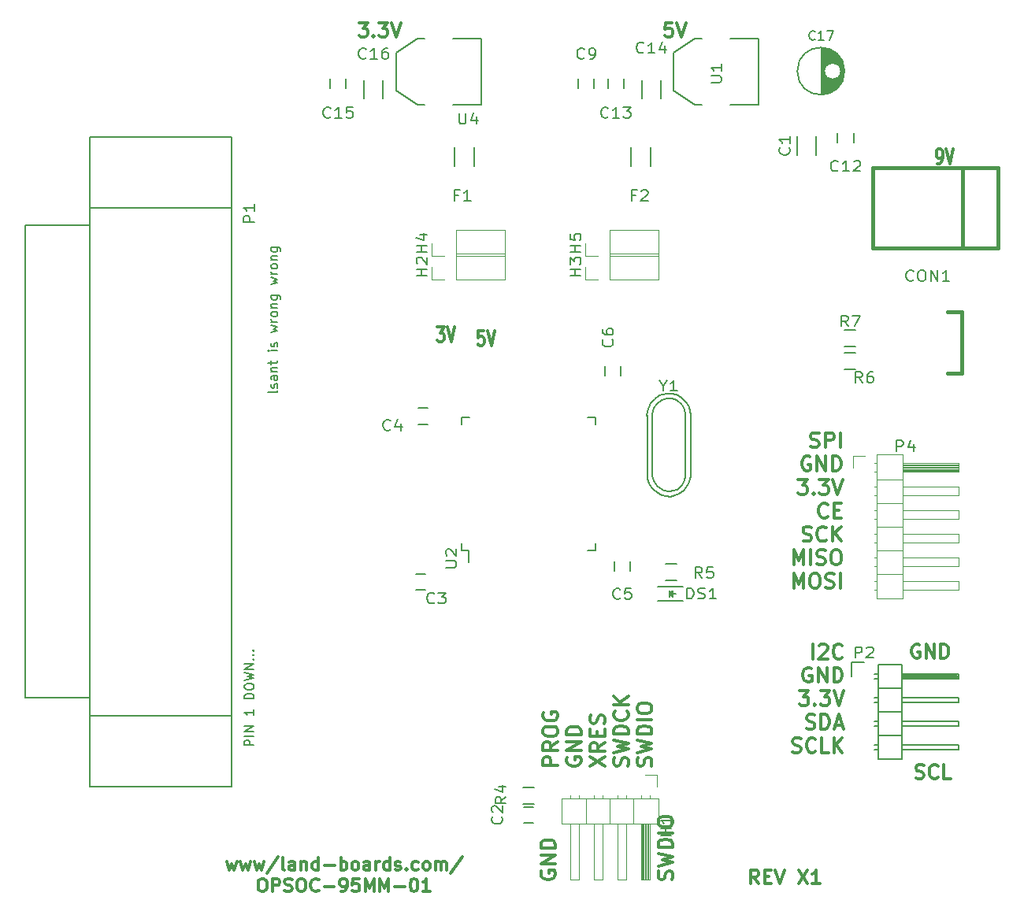
<source format=gbr>
G04 #@! TF.FileFunction,Legend,Top*
%FSLAX46Y46*%
G04 Gerber Fmt 4.6, Leading zero omitted, Abs format (unit mm)*
G04 Created by KiCad (PCBNEW (after 2015-mar-04 BZR unknown)-product) date 1/4/2017 12:55:19 PM*
%MOMM*%
G01*
G04 APERTURE LIST*
%ADD10C,0.100000*%
%ADD11C,0.300000*%
%ADD12C,0.349250*%
%ADD13C,0.150000*%
%ADD14C,0.381000*%
%ADD15C,0.203200*%
%ADD16C,0.120000*%
%ADD17C,0.190500*%
G04 APERTURE END LIST*
D10*
D11*
X59321000Y-101787476D02*
X59245405Y-101938667D01*
X59245405Y-102165452D01*
X59321000Y-102392238D01*
X59472190Y-102543429D01*
X59623381Y-102619024D01*
X59925762Y-102694619D01*
X60152548Y-102694619D01*
X60454929Y-102619024D01*
X60606119Y-102543429D01*
X60757310Y-102392238D01*
X60832905Y-102165452D01*
X60832905Y-102014262D01*
X60757310Y-101787476D01*
X60681714Y-101711881D01*
X60152548Y-101711881D01*
X60152548Y-102014262D01*
X60832905Y-101031524D02*
X59245405Y-101031524D01*
X60832905Y-100124381D01*
X59245405Y-100124381D01*
X60832905Y-99368429D02*
X59245405Y-99368429D01*
X59245405Y-98990453D01*
X59321000Y-98763667D01*
X59472190Y-98612476D01*
X59623381Y-98536881D01*
X59925762Y-98461286D01*
X60152548Y-98461286D01*
X60454929Y-98536881D01*
X60606119Y-98612476D01*
X60757310Y-98763667D01*
X60832905Y-98990453D01*
X60832905Y-99368429D01*
X73369810Y-102694619D02*
X73445405Y-102467833D01*
X73445405Y-102089857D01*
X73369810Y-101938667D01*
X73294214Y-101863071D01*
X73143024Y-101787476D01*
X72991833Y-101787476D01*
X72840643Y-101863071D01*
X72765048Y-101938667D01*
X72689452Y-102089857D01*
X72613857Y-102392238D01*
X72538262Y-102543429D01*
X72462667Y-102619024D01*
X72311476Y-102694619D01*
X72160286Y-102694619D01*
X72009095Y-102619024D01*
X71933500Y-102543429D01*
X71857905Y-102392238D01*
X71857905Y-102014262D01*
X71933500Y-101787476D01*
X71857905Y-101258309D02*
X73445405Y-100880333D01*
X72311476Y-100577952D01*
X73445405Y-100275571D01*
X71857905Y-99897595D01*
X73445405Y-99292833D02*
X71857905Y-99292833D01*
X71857905Y-98914857D01*
X71933500Y-98688071D01*
X72084690Y-98536880D01*
X72235881Y-98461285D01*
X72538262Y-98385690D01*
X72765048Y-98385690D01*
X73067429Y-98461285D01*
X73218619Y-98536880D01*
X73369810Y-98688071D01*
X73445405Y-98914857D01*
X73445405Y-99292833D01*
X73445405Y-97705333D02*
X71857905Y-97705333D01*
X71857905Y-96647000D02*
X71857905Y-96344619D01*
X71933500Y-96193428D01*
X72084690Y-96042238D01*
X72387071Y-95966643D01*
X72916238Y-95966643D01*
X73218619Y-96042238D01*
X73369810Y-96193428D01*
X73445405Y-96344619D01*
X73445405Y-96647000D01*
X73369810Y-96798190D01*
X73218619Y-96949381D01*
X72916238Y-97024976D01*
X72387071Y-97024976D01*
X72084690Y-96949381D01*
X71933500Y-96798190D01*
X71857905Y-96647000D01*
X61078155Y-90427024D02*
X59490655Y-90427024D01*
X59490655Y-89822262D01*
X59566250Y-89671071D01*
X59641845Y-89595476D01*
X59793036Y-89519881D01*
X60019821Y-89519881D01*
X60171012Y-89595476D01*
X60246607Y-89671071D01*
X60322202Y-89822262D01*
X60322202Y-90427024D01*
X61078155Y-87932381D02*
X60322202Y-88461548D01*
X61078155Y-88839524D02*
X59490655Y-88839524D01*
X59490655Y-88234762D01*
X59566250Y-88083571D01*
X59641845Y-88007976D01*
X59793036Y-87932381D01*
X60019821Y-87932381D01*
X60171012Y-88007976D01*
X60246607Y-88083571D01*
X60322202Y-88234762D01*
X60322202Y-88839524D01*
X59490655Y-86949643D02*
X59490655Y-86647262D01*
X59566250Y-86496071D01*
X59717440Y-86344881D01*
X60019821Y-86269286D01*
X60548988Y-86269286D01*
X60851369Y-86344881D01*
X61002560Y-86496071D01*
X61078155Y-86647262D01*
X61078155Y-86949643D01*
X61002560Y-87100833D01*
X60851369Y-87252024D01*
X60548988Y-87327619D01*
X60019821Y-87327619D01*
X59717440Y-87252024D01*
X59566250Y-87100833D01*
X59490655Y-86949643D01*
X59566250Y-84757381D02*
X59490655Y-84908572D01*
X59490655Y-85135357D01*
X59566250Y-85362143D01*
X59717440Y-85513334D01*
X59868631Y-85588929D01*
X60171012Y-85664524D01*
X60397798Y-85664524D01*
X60700179Y-85588929D01*
X60851369Y-85513334D01*
X61002560Y-85362143D01*
X61078155Y-85135357D01*
X61078155Y-84984167D01*
X61002560Y-84757381D01*
X60926964Y-84681786D01*
X60397798Y-84681786D01*
X60397798Y-84984167D01*
X62088750Y-89595476D02*
X62013155Y-89746667D01*
X62013155Y-89973452D01*
X62088750Y-90200238D01*
X62239940Y-90351429D01*
X62391131Y-90427024D01*
X62693512Y-90502619D01*
X62920298Y-90502619D01*
X63222679Y-90427024D01*
X63373869Y-90351429D01*
X63525060Y-90200238D01*
X63600655Y-89973452D01*
X63600655Y-89822262D01*
X63525060Y-89595476D01*
X63449464Y-89519881D01*
X62920298Y-89519881D01*
X62920298Y-89822262D01*
X63600655Y-88839524D02*
X62013155Y-88839524D01*
X63600655Y-87932381D01*
X62013155Y-87932381D01*
X63600655Y-87176429D02*
X62013155Y-87176429D01*
X62013155Y-86798453D01*
X62088750Y-86571667D01*
X62239940Y-86420476D01*
X62391131Y-86344881D01*
X62693512Y-86269286D01*
X62920298Y-86269286D01*
X63222679Y-86344881D01*
X63373869Y-86420476D01*
X63525060Y-86571667D01*
X63600655Y-86798453D01*
X63600655Y-87176429D01*
X64535655Y-90578214D02*
X66123155Y-89519881D01*
X64535655Y-89519881D02*
X66123155Y-90578214D01*
X66123155Y-88007976D02*
X65367202Y-88537143D01*
X66123155Y-88915119D02*
X64535655Y-88915119D01*
X64535655Y-88310357D01*
X64611250Y-88159166D01*
X64686845Y-88083571D01*
X64838036Y-88007976D01*
X65064821Y-88007976D01*
X65216012Y-88083571D01*
X65291607Y-88159166D01*
X65367202Y-88310357D01*
X65367202Y-88915119D01*
X65291607Y-87327619D02*
X65291607Y-86798452D01*
X66123155Y-86571666D02*
X66123155Y-87327619D01*
X64535655Y-87327619D01*
X64535655Y-86571666D01*
X66047560Y-85966904D02*
X66123155Y-85740118D01*
X66123155Y-85362142D01*
X66047560Y-85210952D01*
X65971964Y-85135356D01*
X65820774Y-85059761D01*
X65669583Y-85059761D01*
X65518393Y-85135356D01*
X65442798Y-85210952D01*
X65367202Y-85362142D01*
X65291607Y-85664523D01*
X65216012Y-85815714D01*
X65140417Y-85891309D01*
X64989226Y-85966904D01*
X64838036Y-85966904D01*
X64686845Y-85891309D01*
X64611250Y-85815714D01*
X64535655Y-85664523D01*
X64535655Y-85286547D01*
X64611250Y-85059761D01*
X68570060Y-90502619D02*
X68645655Y-90275833D01*
X68645655Y-89897857D01*
X68570060Y-89746667D01*
X68494464Y-89671071D01*
X68343274Y-89595476D01*
X68192083Y-89595476D01*
X68040893Y-89671071D01*
X67965298Y-89746667D01*
X67889702Y-89897857D01*
X67814107Y-90200238D01*
X67738512Y-90351429D01*
X67662917Y-90427024D01*
X67511726Y-90502619D01*
X67360536Y-90502619D01*
X67209345Y-90427024D01*
X67133750Y-90351429D01*
X67058155Y-90200238D01*
X67058155Y-89822262D01*
X67133750Y-89595476D01*
X67058155Y-89066309D02*
X68645655Y-88688333D01*
X67511726Y-88385952D01*
X68645655Y-88083571D01*
X67058155Y-87705595D01*
X68645655Y-87100833D02*
X67058155Y-87100833D01*
X67058155Y-86722857D01*
X67133750Y-86496071D01*
X67284940Y-86344880D01*
X67436131Y-86269285D01*
X67738512Y-86193690D01*
X67965298Y-86193690D01*
X68267679Y-86269285D01*
X68418869Y-86344880D01*
X68570060Y-86496071D01*
X68645655Y-86722857D01*
X68645655Y-87100833D01*
X68494464Y-84606190D02*
X68570060Y-84681785D01*
X68645655Y-84908571D01*
X68645655Y-85059761D01*
X68570060Y-85286547D01*
X68418869Y-85437738D01*
X68267679Y-85513333D01*
X67965298Y-85588928D01*
X67738512Y-85588928D01*
X67436131Y-85513333D01*
X67284940Y-85437738D01*
X67133750Y-85286547D01*
X67058155Y-85059761D01*
X67058155Y-84908571D01*
X67133750Y-84681785D01*
X67209345Y-84606190D01*
X68645655Y-83925833D02*
X67058155Y-83925833D01*
X68645655Y-83018690D02*
X67738512Y-83699047D01*
X67058155Y-83018690D02*
X67965298Y-83925833D01*
X71092560Y-90502619D02*
X71168155Y-90275833D01*
X71168155Y-89897857D01*
X71092560Y-89746667D01*
X71016964Y-89671071D01*
X70865774Y-89595476D01*
X70714583Y-89595476D01*
X70563393Y-89671071D01*
X70487798Y-89746667D01*
X70412202Y-89897857D01*
X70336607Y-90200238D01*
X70261012Y-90351429D01*
X70185417Y-90427024D01*
X70034226Y-90502619D01*
X69883036Y-90502619D01*
X69731845Y-90427024D01*
X69656250Y-90351429D01*
X69580655Y-90200238D01*
X69580655Y-89822262D01*
X69656250Y-89595476D01*
X69580655Y-89066309D02*
X71168155Y-88688333D01*
X70034226Y-88385952D01*
X71168155Y-88083571D01*
X69580655Y-87705595D01*
X71168155Y-87100833D02*
X69580655Y-87100833D01*
X69580655Y-86722857D01*
X69656250Y-86496071D01*
X69807440Y-86344880D01*
X69958631Y-86269285D01*
X70261012Y-86193690D01*
X70487798Y-86193690D01*
X70790179Y-86269285D01*
X70941369Y-86344880D01*
X71092560Y-86496071D01*
X71168155Y-86722857D01*
X71168155Y-87100833D01*
X71168155Y-85513333D02*
X69580655Y-85513333D01*
X69580655Y-84455000D02*
X69580655Y-84152619D01*
X69656250Y-84001428D01*
X69807440Y-83850238D01*
X70109821Y-83774643D01*
X70638988Y-83774643D01*
X70941369Y-83850238D01*
X71092560Y-84001428D01*
X71168155Y-84152619D01*
X71168155Y-84455000D01*
X71092560Y-84606190D01*
X70941369Y-84757381D01*
X70638988Y-84832976D01*
X70109821Y-84832976D01*
X69807440Y-84757381D01*
X69656250Y-84606190D01*
X69580655Y-84455000D01*
X88470619Y-78985155D02*
X88470619Y-77397655D01*
X89150976Y-77548845D02*
X89226571Y-77473250D01*
X89377762Y-77397655D01*
X89755738Y-77397655D01*
X89906928Y-77473250D01*
X89982524Y-77548845D01*
X90058119Y-77700036D01*
X90058119Y-77851226D01*
X89982524Y-78078012D01*
X89075381Y-78985155D01*
X90058119Y-78985155D01*
X91645619Y-78833964D02*
X91570024Y-78909560D01*
X91343238Y-78985155D01*
X91192048Y-78985155D01*
X90965262Y-78909560D01*
X90814071Y-78758369D01*
X90738476Y-78607179D01*
X90662881Y-78304798D01*
X90662881Y-78078012D01*
X90738476Y-77775631D01*
X90814071Y-77624440D01*
X90965262Y-77473250D01*
X91192048Y-77397655D01*
X91343238Y-77397655D01*
X91570024Y-77473250D01*
X91645619Y-77548845D01*
X88319429Y-79995750D02*
X88168238Y-79920155D01*
X87941453Y-79920155D01*
X87714667Y-79995750D01*
X87563476Y-80146940D01*
X87487881Y-80298131D01*
X87412286Y-80600512D01*
X87412286Y-80827298D01*
X87487881Y-81129679D01*
X87563476Y-81280869D01*
X87714667Y-81432060D01*
X87941453Y-81507655D01*
X88092643Y-81507655D01*
X88319429Y-81432060D01*
X88395024Y-81356464D01*
X88395024Y-80827298D01*
X88092643Y-80827298D01*
X89075381Y-81507655D02*
X89075381Y-79920155D01*
X89982524Y-81507655D01*
X89982524Y-79920155D01*
X90738476Y-81507655D02*
X90738476Y-79920155D01*
X91116452Y-79920155D01*
X91343238Y-79995750D01*
X91494429Y-80146940D01*
X91570024Y-80298131D01*
X91645619Y-80600512D01*
X91645619Y-80827298D01*
X91570024Y-81129679D01*
X91494429Y-81280869D01*
X91343238Y-81432060D01*
X91116452Y-81507655D01*
X90738476Y-81507655D01*
X87034310Y-82442655D02*
X88017048Y-82442655D01*
X87487881Y-83047417D01*
X87714667Y-83047417D01*
X87865857Y-83123012D01*
X87941453Y-83198607D01*
X88017048Y-83349798D01*
X88017048Y-83727774D01*
X87941453Y-83878964D01*
X87865857Y-83954560D01*
X87714667Y-84030155D01*
X87261095Y-84030155D01*
X87109905Y-83954560D01*
X87034310Y-83878964D01*
X88697405Y-83878964D02*
X88773000Y-83954560D01*
X88697405Y-84030155D01*
X88621810Y-83954560D01*
X88697405Y-83878964D01*
X88697405Y-84030155D01*
X89302167Y-82442655D02*
X90284905Y-82442655D01*
X89755738Y-83047417D01*
X89982524Y-83047417D01*
X90133714Y-83123012D01*
X90209310Y-83198607D01*
X90284905Y-83349798D01*
X90284905Y-83727774D01*
X90209310Y-83878964D01*
X90133714Y-83954560D01*
X89982524Y-84030155D01*
X89528952Y-84030155D01*
X89377762Y-83954560D01*
X89302167Y-83878964D01*
X90738476Y-82442655D02*
X91267643Y-84030155D01*
X91796810Y-82442655D01*
X87790262Y-86477060D02*
X88017048Y-86552655D01*
X88395024Y-86552655D01*
X88546214Y-86477060D01*
X88621810Y-86401464D01*
X88697405Y-86250274D01*
X88697405Y-86099083D01*
X88621810Y-85947893D01*
X88546214Y-85872298D01*
X88395024Y-85796702D01*
X88092643Y-85721107D01*
X87941452Y-85645512D01*
X87865857Y-85569917D01*
X87790262Y-85418726D01*
X87790262Y-85267536D01*
X87865857Y-85116345D01*
X87941452Y-85040750D01*
X88092643Y-84965155D01*
X88470619Y-84965155D01*
X88697405Y-85040750D01*
X89377762Y-86552655D02*
X89377762Y-84965155D01*
X89755738Y-84965155D01*
X89982524Y-85040750D01*
X90133715Y-85191940D01*
X90209310Y-85343131D01*
X90284905Y-85645512D01*
X90284905Y-85872298D01*
X90209310Y-86174679D01*
X90133715Y-86325869D01*
X89982524Y-86477060D01*
X89755738Y-86552655D01*
X89377762Y-86552655D01*
X90889667Y-86099083D02*
X91645619Y-86099083D01*
X90738476Y-86552655D02*
X91267643Y-84965155D01*
X91796810Y-86552655D01*
X86278357Y-88999560D02*
X86505143Y-89075155D01*
X86883119Y-89075155D01*
X87034309Y-88999560D01*
X87109905Y-88923964D01*
X87185500Y-88772774D01*
X87185500Y-88621583D01*
X87109905Y-88470393D01*
X87034309Y-88394798D01*
X86883119Y-88319202D01*
X86580738Y-88243607D01*
X86429547Y-88168012D01*
X86353952Y-88092417D01*
X86278357Y-87941226D01*
X86278357Y-87790036D01*
X86353952Y-87638845D01*
X86429547Y-87563250D01*
X86580738Y-87487655D01*
X86958714Y-87487655D01*
X87185500Y-87563250D01*
X88773000Y-88923964D02*
X88697405Y-88999560D01*
X88470619Y-89075155D01*
X88319429Y-89075155D01*
X88092643Y-88999560D01*
X87941452Y-88848369D01*
X87865857Y-88697179D01*
X87790262Y-88394798D01*
X87790262Y-88168012D01*
X87865857Y-87865631D01*
X87941452Y-87714440D01*
X88092643Y-87563250D01*
X88319429Y-87487655D01*
X88470619Y-87487655D01*
X88697405Y-87563250D01*
X88773000Y-87638845D01*
X90209310Y-89075155D02*
X89453357Y-89075155D01*
X89453357Y-87487655D01*
X90738476Y-89075155D02*
X90738476Y-87487655D01*
X91645619Y-89075155D02*
X90965262Y-88168012D01*
X91645619Y-87487655D02*
X90738476Y-88394798D01*
X101873143Y-25737155D02*
X102101715Y-25737155D01*
X102216000Y-25661560D01*
X102273143Y-25585964D01*
X102387429Y-25359179D01*
X102444572Y-25056798D01*
X102444572Y-24452036D01*
X102387429Y-24300845D01*
X102330286Y-24225250D01*
X102216000Y-24149655D01*
X101987429Y-24149655D01*
X101873143Y-24225250D01*
X101816000Y-24300845D01*
X101758857Y-24452036D01*
X101758857Y-24830012D01*
X101816000Y-24981202D01*
X101873143Y-25056798D01*
X101987429Y-25132393D01*
X102216000Y-25132393D01*
X102330286Y-25056798D01*
X102387429Y-24981202D01*
X102444572Y-24830012D01*
X102787429Y-24149655D02*
X103187429Y-25737155D01*
X103587429Y-24149655D01*
X48107715Y-43326655D02*
X48850572Y-43326655D01*
X48450572Y-43931417D01*
X48622000Y-43931417D01*
X48736286Y-44007012D01*
X48793429Y-44082607D01*
X48850572Y-44233798D01*
X48850572Y-44611774D01*
X48793429Y-44762964D01*
X48736286Y-44838560D01*
X48622000Y-44914155D01*
X48279143Y-44914155D01*
X48164857Y-44838560D01*
X48107715Y-44762964D01*
X49193429Y-43326655D02*
X49593429Y-44914155D01*
X49993429Y-43326655D01*
X53111429Y-43707655D02*
X52540000Y-43707655D01*
X52482857Y-44463607D01*
X52540000Y-44388012D01*
X52654286Y-44312417D01*
X52940000Y-44312417D01*
X53054286Y-44388012D01*
X53111429Y-44463607D01*
X53168572Y-44614798D01*
X53168572Y-44992774D01*
X53111429Y-45143964D01*
X53054286Y-45219560D01*
X52940000Y-45295155D01*
X52654286Y-45295155D01*
X52540000Y-45219560D01*
X52482857Y-45143964D01*
X53511429Y-43707655D02*
X53911429Y-45295155D01*
X54311429Y-43707655D01*
X82642858Y-103178571D02*
X82142858Y-102464286D01*
X81785715Y-103178571D02*
X81785715Y-101678571D01*
X82357143Y-101678571D01*
X82500001Y-101750000D01*
X82571429Y-101821429D01*
X82642858Y-101964286D01*
X82642858Y-102178571D01*
X82571429Y-102321429D01*
X82500001Y-102392857D01*
X82357143Y-102464286D01*
X81785715Y-102464286D01*
X83285715Y-102392857D02*
X83785715Y-102392857D01*
X84000001Y-103178571D02*
X83285715Y-103178571D01*
X83285715Y-101678571D01*
X84000001Y-101678571D01*
X84428572Y-101678571D02*
X84928572Y-103178571D01*
X85428572Y-101678571D01*
X86928572Y-101678571D02*
X87928572Y-103178571D01*
X87928572Y-101678571D02*
X86928572Y-103178571D01*
X89285714Y-103178571D02*
X88428571Y-103178571D01*
X88857143Y-103178571D02*
X88857143Y-101678571D01*
X88714286Y-101892857D01*
X88571428Y-102035714D01*
X88428571Y-102107143D01*
X39695715Y-10608571D02*
X40624286Y-10608571D01*
X40124286Y-11180000D01*
X40338572Y-11180000D01*
X40481429Y-11251429D01*
X40552858Y-11322857D01*
X40624286Y-11465714D01*
X40624286Y-11822857D01*
X40552858Y-11965714D01*
X40481429Y-12037143D01*
X40338572Y-12108571D01*
X39910000Y-12108571D01*
X39767143Y-12037143D01*
X39695715Y-11965714D01*
X41267143Y-11965714D02*
X41338571Y-12037143D01*
X41267143Y-12108571D01*
X41195714Y-12037143D01*
X41267143Y-11965714D01*
X41267143Y-12108571D01*
X41838572Y-10608571D02*
X42767143Y-10608571D01*
X42267143Y-11180000D01*
X42481429Y-11180000D01*
X42624286Y-11251429D01*
X42695715Y-11322857D01*
X42767143Y-11465714D01*
X42767143Y-11822857D01*
X42695715Y-11965714D01*
X42624286Y-12037143D01*
X42481429Y-12108571D01*
X42052857Y-12108571D01*
X41910000Y-12037143D01*
X41838572Y-11965714D01*
X43195714Y-10608571D02*
X43695714Y-12108571D01*
X44195714Y-10608571D01*
X88268024Y-56194060D02*
X88494810Y-56269655D01*
X88872786Y-56269655D01*
X89023976Y-56194060D01*
X89099572Y-56118464D01*
X89175167Y-55967274D01*
X89175167Y-55816083D01*
X89099572Y-55664893D01*
X89023976Y-55589298D01*
X88872786Y-55513702D01*
X88570405Y-55438107D01*
X88419214Y-55362512D01*
X88343619Y-55286917D01*
X88268024Y-55135726D01*
X88268024Y-54984536D01*
X88343619Y-54833345D01*
X88419214Y-54757750D01*
X88570405Y-54682155D01*
X88948381Y-54682155D01*
X89175167Y-54757750D01*
X89855524Y-56269655D02*
X89855524Y-54682155D01*
X90460286Y-54682155D01*
X90611477Y-54757750D01*
X90687072Y-54833345D01*
X90762667Y-54984536D01*
X90762667Y-55211321D01*
X90687072Y-55362512D01*
X90611477Y-55438107D01*
X90460286Y-55513702D01*
X89855524Y-55513702D01*
X91443024Y-56269655D02*
X91443024Y-54682155D01*
X88192429Y-57280250D02*
X88041238Y-57204655D01*
X87814453Y-57204655D01*
X87587667Y-57280250D01*
X87436476Y-57431440D01*
X87360881Y-57582631D01*
X87285286Y-57885012D01*
X87285286Y-58111798D01*
X87360881Y-58414179D01*
X87436476Y-58565369D01*
X87587667Y-58716560D01*
X87814453Y-58792155D01*
X87965643Y-58792155D01*
X88192429Y-58716560D01*
X88268024Y-58640964D01*
X88268024Y-58111798D01*
X87965643Y-58111798D01*
X88948381Y-58792155D02*
X88948381Y-57204655D01*
X89855524Y-58792155D01*
X89855524Y-57204655D01*
X90611476Y-58792155D02*
X90611476Y-57204655D01*
X90989452Y-57204655D01*
X91216238Y-57280250D01*
X91367429Y-57431440D01*
X91443024Y-57582631D01*
X91518619Y-57885012D01*
X91518619Y-58111798D01*
X91443024Y-58414179D01*
X91367429Y-58565369D01*
X91216238Y-58716560D01*
X90989452Y-58792155D01*
X90611476Y-58792155D01*
X86907310Y-59727155D02*
X87890048Y-59727155D01*
X87360881Y-60331917D01*
X87587667Y-60331917D01*
X87738857Y-60407512D01*
X87814453Y-60483107D01*
X87890048Y-60634298D01*
X87890048Y-61012274D01*
X87814453Y-61163464D01*
X87738857Y-61239060D01*
X87587667Y-61314655D01*
X87134095Y-61314655D01*
X86982905Y-61239060D01*
X86907310Y-61163464D01*
X88570405Y-61163464D02*
X88646000Y-61239060D01*
X88570405Y-61314655D01*
X88494810Y-61239060D01*
X88570405Y-61163464D01*
X88570405Y-61314655D01*
X89175167Y-59727155D02*
X90157905Y-59727155D01*
X89628738Y-60331917D01*
X89855524Y-60331917D01*
X90006714Y-60407512D01*
X90082310Y-60483107D01*
X90157905Y-60634298D01*
X90157905Y-61012274D01*
X90082310Y-61163464D01*
X90006714Y-61239060D01*
X89855524Y-61314655D01*
X89401952Y-61314655D01*
X89250762Y-61239060D01*
X89175167Y-61163464D01*
X90611476Y-59727155D02*
X91140643Y-61314655D01*
X91669810Y-59727155D01*
X90082309Y-63685964D02*
X90006714Y-63761560D01*
X89779928Y-63837155D01*
X89628738Y-63837155D01*
X89401952Y-63761560D01*
X89250761Y-63610369D01*
X89175166Y-63459179D01*
X89099571Y-63156798D01*
X89099571Y-62930012D01*
X89175166Y-62627631D01*
X89250761Y-62476440D01*
X89401952Y-62325250D01*
X89628738Y-62249655D01*
X89779928Y-62249655D01*
X90006714Y-62325250D01*
X90082309Y-62400845D01*
X90762666Y-63005607D02*
X91291833Y-63005607D01*
X91518619Y-63837155D02*
X90762666Y-63837155D01*
X90762666Y-62249655D01*
X91518619Y-62249655D01*
X87436476Y-66284060D02*
X87663262Y-66359655D01*
X88041238Y-66359655D01*
X88192428Y-66284060D01*
X88268024Y-66208464D01*
X88343619Y-66057274D01*
X88343619Y-65906083D01*
X88268024Y-65754893D01*
X88192428Y-65679298D01*
X88041238Y-65603702D01*
X87738857Y-65528107D01*
X87587666Y-65452512D01*
X87512071Y-65376917D01*
X87436476Y-65225726D01*
X87436476Y-65074536D01*
X87512071Y-64923345D01*
X87587666Y-64847750D01*
X87738857Y-64772155D01*
X88116833Y-64772155D01*
X88343619Y-64847750D01*
X89931119Y-66208464D02*
X89855524Y-66284060D01*
X89628738Y-66359655D01*
X89477548Y-66359655D01*
X89250762Y-66284060D01*
X89099571Y-66132869D01*
X89023976Y-65981679D01*
X88948381Y-65679298D01*
X88948381Y-65452512D01*
X89023976Y-65150131D01*
X89099571Y-64998940D01*
X89250762Y-64847750D01*
X89477548Y-64772155D01*
X89628738Y-64772155D01*
X89855524Y-64847750D01*
X89931119Y-64923345D01*
X90611476Y-66359655D02*
X90611476Y-64772155D01*
X91518619Y-66359655D02*
X90838262Y-65452512D01*
X91518619Y-64772155D02*
X90611476Y-65679298D01*
X86453738Y-68882155D02*
X86453738Y-67294655D01*
X86982905Y-68428583D01*
X87512072Y-67294655D01*
X87512072Y-68882155D01*
X88268024Y-68882155D02*
X88268024Y-67294655D01*
X88948381Y-68806560D02*
X89175167Y-68882155D01*
X89553143Y-68882155D01*
X89704333Y-68806560D01*
X89779929Y-68730964D01*
X89855524Y-68579774D01*
X89855524Y-68428583D01*
X89779929Y-68277393D01*
X89704333Y-68201798D01*
X89553143Y-68126202D01*
X89250762Y-68050607D01*
X89099571Y-67975012D01*
X89023976Y-67899417D01*
X88948381Y-67748226D01*
X88948381Y-67597036D01*
X89023976Y-67445845D01*
X89099571Y-67370250D01*
X89250762Y-67294655D01*
X89628738Y-67294655D01*
X89855524Y-67370250D01*
X90838262Y-67294655D02*
X91140643Y-67294655D01*
X91291834Y-67370250D01*
X91443024Y-67521440D01*
X91518619Y-67823821D01*
X91518619Y-68352988D01*
X91443024Y-68655369D01*
X91291834Y-68806560D01*
X91140643Y-68882155D01*
X90838262Y-68882155D01*
X90687072Y-68806560D01*
X90535881Y-68655369D01*
X90460286Y-68352988D01*
X90460286Y-67823821D01*
X90535881Y-67521440D01*
X90687072Y-67370250D01*
X90838262Y-67294655D01*
X86453738Y-71404655D02*
X86453738Y-69817155D01*
X86982905Y-70951083D01*
X87512072Y-69817155D01*
X87512072Y-71404655D01*
X88570405Y-69817155D02*
X88872786Y-69817155D01*
X89023977Y-69892750D01*
X89175167Y-70043940D01*
X89250762Y-70346321D01*
X89250762Y-70875488D01*
X89175167Y-71177869D01*
X89023977Y-71329060D01*
X88872786Y-71404655D01*
X88570405Y-71404655D01*
X88419215Y-71329060D01*
X88268024Y-71177869D01*
X88192429Y-70875488D01*
X88192429Y-70346321D01*
X88268024Y-70043940D01*
X88419215Y-69892750D01*
X88570405Y-69817155D01*
X89855524Y-71329060D02*
X90082310Y-71404655D01*
X90460286Y-71404655D01*
X90611476Y-71329060D01*
X90687072Y-71253464D01*
X90762667Y-71102274D01*
X90762667Y-70951083D01*
X90687072Y-70799893D01*
X90611476Y-70724298D01*
X90460286Y-70648702D01*
X90157905Y-70573107D01*
X90006714Y-70497512D01*
X89931119Y-70421917D01*
X89855524Y-70270726D01*
X89855524Y-70119536D01*
X89931119Y-69968345D01*
X90006714Y-69892750D01*
X90157905Y-69817155D01*
X90535881Y-69817155D01*
X90762667Y-69892750D01*
X91443024Y-71404655D02*
X91443024Y-69817155D01*
X99560286Y-91793143D02*
X99774572Y-91864571D01*
X100131715Y-91864571D01*
X100274572Y-91793143D01*
X100346001Y-91721714D01*
X100417429Y-91578857D01*
X100417429Y-91436000D01*
X100346001Y-91293143D01*
X100274572Y-91221714D01*
X100131715Y-91150286D01*
X99846001Y-91078857D01*
X99703143Y-91007429D01*
X99631715Y-90936000D01*
X99560286Y-90793143D01*
X99560286Y-90650286D01*
X99631715Y-90507429D01*
X99703143Y-90436000D01*
X99846001Y-90364571D01*
X100203143Y-90364571D01*
X100417429Y-90436000D01*
X101917429Y-91721714D02*
X101846000Y-91793143D01*
X101631714Y-91864571D01*
X101488857Y-91864571D01*
X101274572Y-91793143D01*
X101131714Y-91650286D01*
X101060286Y-91507429D01*
X100988857Y-91221714D01*
X100988857Y-91007429D01*
X101060286Y-90721714D01*
X101131714Y-90578857D01*
X101274572Y-90436000D01*
X101488857Y-90364571D01*
X101631714Y-90364571D01*
X101846000Y-90436000D01*
X101917429Y-90507429D01*
X103274572Y-91864571D02*
X102560286Y-91864571D01*
X102560286Y-90364571D01*
X99949143Y-77482000D02*
X99806286Y-77410571D01*
X99592000Y-77410571D01*
X99377715Y-77482000D01*
X99234857Y-77624857D01*
X99163429Y-77767714D01*
X99092000Y-78053429D01*
X99092000Y-78267714D01*
X99163429Y-78553429D01*
X99234857Y-78696286D01*
X99377715Y-78839143D01*
X99592000Y-78910571D01*
X99734857Y-78910571D01*
X99949143Y-78839143D01*
X100020572Y-78767714D01*
X100020572Y-78267714D01*
X99734857Y-78267714D01*
X100663429Y-78910571D02*
X100663429Y-77410571D01*
X101520572Y-78910571D01*
X101520572Y-77410571D01*
X102234858Y-78910571D02*
X102234858Y-77410571D01*
X102592001Y-77410571D01*
X102806286Y-77482000D01*
X102949144Y-77624857D01*
X103020572Y-77767714D01*
X103092001Y-78053429D01*
X103092001Y-78267714D01*
X103020572Y-78553429D01*
X102949144Y-78696286D01*
X102806286Y-78839143D01*
X102592001Y-78910571D01*
X102234858Y-78910571D01*
X73374287Y-10608571D02*
X72660001Y-10608571D01*
X72588572Y-11322857D01*
X72660001Y-11251429D01*
X72802858Y-11180000D01*
X73160001Y-11180000D01*
X73302858Y-11251429D01*
X73374287Y-11322857D01*
X73445715Y-11465714D01*
X73445715Y-11822857D01*
X73374287Y-11965714D01*
X73302858Y-12037143D01*
X73160001Y-12108571D01*
X72802858Y-12108571D01*
X72660001Y-12037143D01*
X72588572Y-11965714D01*
X73874286Y-10608571D02*
X74374286Y-12108571D01*
X74874286Y-10608571D01*
D12*
X25493738Y-100783118D02*
X25759834Y-101714451D01*
X26025929Y-101049213D01*
X26292024Y-101714451D01*
X26558119Y-100783118D01*
X26957262Y-100783118D02*
X27223358Y-101714451D01*
X27489453Y-101049213D01*
X27755548Y-101714451D01*
X28021643Y-100783118D01*
X28420786Y-100783118D02*
X28686882Y-101714451D01*
X28952977Y-101049213D01*
X29219072Y-101714451D01*
X29485167Y-100783118D01*
X31015215Y-100250927D02*
X29817787Y-102047070D01*
X31680453Y-101714451D02*
X31547406Y-101647927D01*
X31480882Y-101514880D01*
X31480882Y-100317451D01*
X32811358Y-101714451D02*
X32811358Y-100982689D01*
X32744835Y-100849642D01*
X32611787Y-100783118D01*
X32345692Y-100783118D01*
X32212644Y-100849642D01*
X32811358Y-101647927D02*
X32678311Y-101714451D01*
X32345692Y-101714451D01*
X32212644Y-101647927D01*
X32146120Y-101514880D01*
X32146120Y-101381832D01*
X32212644Y-101248785D01*
X32345692Y-101182261D01*
X32678311Y-101182261D01*
X32811358Y-101115737D01*
X33476596Y-100783118D02*
X33476596Y-101714451D01*
X33476596Y-100916165D02*
X33543120Y-100849642D01*
X33676167Y-100783118D01*
X33875739Y-100783118D01*
X34008787Y-100849642D01*
X34075310Y-100982689D01*
X34075310Y-101714451D01*
X35339262Y-101714451D02*
X35339262Y-100317451D01*
X35339262Y-101647927D02*
X35206215Y-101714451D01*
X34940119Y-101714451D01*
X34807072Y-101647927D01*
X34740548Y-101581404D01*
X34674024Y-101448356D01*
X34674024Y-101049213D01*
X34740548Y-100916165D01*
X34807072Y-100849642D01*
X34940119Y-100783118D01*
X35206215Y-100783118D01*
X35339262Y-100849642D01*
X36004500Y-101182261D02*
X37068881Y-101182261D01*
X37734119Y-101714451D02*
X37734119Y-100317451D01*
X37734119Y-100849642D02*
X37867167Y-100783118D01*
X38133262Y-100783118D01*
X38266310Y-100849642D01*
X38332833Y-100916165D01*
X38399357Y-101049213D01*
X38399357Y-101448356D01*
X38332833Y-101581404D01*
X38266310Y-101647927D01*
X38133262Y-101714451D01*
X37867167Y-101714451D01*
X37734119Y-101647927D01*
X39197642Y-101714451D02*
X39064595Y-101647927D01*
X38998071Y-101581404D01*
X38931547Y-101448356D01*
X38931547Y-101049213D01*
X38998071Y-100916165D01*
X39064595Y-100849642D01*
X39197642Y-100783118D01*
X39397214Y-100783118D01*
X39530262Y-100849642D01*
X39596785Y-100916165D01*
X39663309Y-101049213D01*
X39663309Y-101448356D01*
X39596785Y-101581404D01*
X39530262Y-101647927D01*
X39397214Y-101714451D01*
X39197642Y-101714451D01*
X40860737Y-101714451D02*
X40860737Y-100982689D01*
X40794214Y-100849642D01*
X40661166Y-100783118D01*
X40395071Y-100783118D01*
X40262023Y-100849642D01*
X40860737Y-101647927D02*
X40727690Y-101714451D01*
X40395071Y-101714451D01*
X40262023Y-101647927D01*
X40195499Y-101514880D01*
X40195499Y-101381832D01*
X40262023Y-101248785D01*
X40395071Y-101182261D01*
X40727690Y-101182261D01*
X40860737Y-101115737D01*
X41525975Y-101714451D02*
X41525975Y-100783118D01*
X41525975Y-101049213D02*
X41592499Y-100916165D01*
X41659023Y-100849642D01*
X41792070Y-100783118D01*
X41925118Y-100783118D01*
X42989499Y-101714451D02*
X42989499Y-100317451D01*
X42989499Y-101647927D02*
X42856452Y-101714451D01*
X42590356Y-101714451D01*
X42457309Y-101647927D01*
X42390785Y-101581404D01*
X42324261Y-101448356D01*
X42324261Y-101049213D01*
X42390785Y-100916165D01*
X42457309Y-100849642D01*
X42590356Y-100783118D01*
X42856452Y-100783118D01*
X42989499Y-100849642D01*
X43588213Y-101647927D02*
X43721261Y-101714451D01*
X43987356Y-101714451D01*
X44120404Y-101647927D01*
X44186928Y-101514880D01*
X44186928Y-101448356D01*
X44120404Y-101315308D01*
X43987356Y-101248785D01*
X43787785Y-101248785D01*
X43654737Y-101182261D01*
X43588213Y-101049213D01*
X43588213Y-100982689D01*
X43654737Y-100849642D01*
X43787785Y-100783118D01*
X43987356Y-100783118D01*
X44120404Y-100849642D01*
X44785642Y-101581404D02*
X44852166Y-101647927D01*
X44785642Y-101714451D01*
X44719118Y-101647927D01*
X44785642Y-101581404D01*
X44785642Y-101714451D01*
X46049594Y-101647927D02*
X45916547Y-101714451D01*
X45650451Y-101714451D01*
X45517404Y-101647927D01*
X45450880Y-101581404D01*
X45384356Y-101448356D01*
X45384356Y-101049213D01*
X45450880Y-100916165D01*
X45517404Y-100849642D01*
X45650451Y-100783118D01*
X45916547Y-100783118D01*
X46049594Y-100849642D01*
X46847880Y-101714451D02*
X46714833Y-101647927D01*
X46648309Y-101581404D01*
X46581785Y-101448356D01*
X46581785Y-101049213D01*
X46648309Y-100916165D01*
X46714833Y-100849642D01*
X46847880Y-100783118D01*
X47047452Y-100783118D01*
X47180500Y-100849642D01*
X47247023Y-100916165D01*
X47313547Y-101049213D01*
X47313547Y-101448356D01*
X47247023Y-101581404D01*
X47180500Y-101647927D01*
X47047452Y-101714451D01*
X46847880Y-101714451D01*
X47912261Y-101714451D02*
X47912261Y-100783118D01*
X47912261Y-100916165D02*
X47978785Y-100849642D01*
X48111832Y-100783118D01*
X48311404Y-100783118D01*
X48444452Y-100849642D01*
X48510975Y-100982689D01*
X48510975Y-101714451D01*
X48510975Y-100982689D02*
X48577499Y-100849642D01*
X48710547Y-100783118D01*
X48910118Y-100783118D01*
X49043166Y-100849642D01*
X49109690Y-100982689D01*
X49109690Y-101714451D01*
X50772785Y-100250927D02*
X49575357Y-102047070D01*
X29185810Y-102622501D02*
X29451906Y-102622501D01*
X29584953Y-102689025D01*
X29718001Y-102822073D01*
X29784525Y-103088168D01*
X29784525Y-103553835D01*
X29718001Y-103819930D01*
X29584953Y-103952977D01*
X29451906Y-104019501D01*
X29185810Y-104019501D01*
X29052763Y-103952977D01*
X28919715Y-103819930D01*
X28853191Y-103553835D01*
X28853191Y-103088168D01*
X28919715Y-102822073D01*
X29052763Y-102689025D01*
X29185810Y-102622501D01*
X30383239Y-104019501D02*
X30383239Y-102622501D01*
X30915430Y-102622501D01*
X31048477Y-102689025D01*
X31115001Y-102755549D01*
X31181525Y-102888596D01*
X31181525Y-103088168D01*
X31115001Y-103221215D01*
X31048477Y-103287739D01*
X30915430Y-103354263D01*
X30383239Y-103354263D01*
X31713715Y-103952977D02*
X31913287Y-104019501D01*
X32245906Y-104019501D01*
X32378953Y-103952977D01*
X32445477Y-103886454D01*
X32512001Y-103753406D01*
X32512001Y-103620358D01*
X32445477Y-103487311D01*
X32378953Y-103420787D01*
X32245906Y-103354263D01*
X31979810Y-103287739D01*
X31846763Y-103221215D01*
X31780239Y-103154692D01*
X31713715Y-103021644D01*
X31713715Y-102888596D01*
X31780239Y-102755549D01*
X31846763Y-102689025D01*
X31979810Y-102622501D01*
X32312430Y-102622501D01*
X32512001Y-102689025D01*
X33376810Y-102622501D02*
X33642906Y-102622501D01*
X33775953Y-102689025D01*
X33909001Y-102822073D01*
X33975525Y-103088168D01*
X33975525Y-103553835D01*
X33909001Y-103819930D01*
X33775953Y-103952977D01*
X33642906Y-104019501D01*
X33376810Y-104019501D01*
X33243763Y-103952977D01*
X33110715Y-103819930D01*
X33044191Y-103553835D01*
X33044191Y-103088168D01*
X33110715Y-102822073D01*
X33243763Y-102689025D01*
X33376810Y-102622501D01*
X35372525Y-103886454D02*
X35306001Y-103952977D01*
X35106430Y-104019501D01*
X34973382Y-104019501D01*
X34773810Y-103952977D01*
X34640763Y-103819930D01*
X34574239Y-103686882D01*
X34507715Y-103420787D01*
X34507715Y-103221215D01*
X34574239Y-102955120D01*
X34640763Y-102822073D01*
X34773810Y-102689025D01*
X34973382Y-102622501D01*
X35106430Y-102622501D01*
X35306001Y-102689025D01*
X35372525Y-102755549D01*
X35971239Y-103487311D02*
X37035620Y-103487311D01*
X37767382Y-104019501D02*
X38033477Y-104019501D01*
X38166525Y-103952977D01*
X38233049Y-103886454D01*
X38366096Y-103686882D01*
X38432620Y-103420787D01*
X38432620Y-102888596D01*
X38366096Y-102755549D01*
X38299572Y-102689025D01*
X38166525Y-102622501D01*
X37900429Y-102622501D01*
X37767382Y-102689025D01*
X37700858Y-102755549D01*
X37634334Y-102888596D01*
X37634334Y-103221215D01*
X37700858Y-103354263D01*
X37767382Y-103420787D01*
X37900429Y-103487311D01*
X38166525Y-103487311D01*
X38299572Y-103420787D01*
X38366096Y-103354263D01*
X38432620Y-103221215D01*
X39696572Y-102622501D02*
X39031334Y-102622501D01*
X38964810Y-103287739D01*
X39031334Y-103221215D01*
X39164382Y-103154692D01*
X39497001Y-103154692D01*
X39630048Y-103221215D01*
X39696572Y-103287739D01*
X39763096Y-103420787D01*
X39763096Y-103753406D01*
X39696572Y-103886454D01*
X39630048Y-103952977D01*
X39497001Y-104019501D01*
X39164382Y-104019501D01*
X39031334Y-103952977D01*
X38964810Y-103886454D01*
X40361810Y-104019501D02*
X40361810Y-102622501D01*
X40827477Y-103620358D01*
X41293143Y-102622501D01*
X41293143Y-104019501D01*
X41958381Y-104019501D02*
X41958381Y-102622501D01*
X42424048Y-103620358D01*
X42889714Y-102622501D01*
X42889714Y-104019501D01*
X43554952Y-103487311D02*
X44619333Y-103487311D01*
X45550666Y-102622501D02*
X45683714Y-102622501D01*
X45816762Y-102689025D01*
X45883285Y-102755549D01*
X45949809Y-102888596D01*
X46016333Y-103154692D01*
X46016333Y-103487311D01*
X45949809Y-103753406D01*
X45883285Y-103886454D01*
X45816762Y-103952977D01*
X45683714Y-104019501D01*
X45550666Y-104019501D01*
X45417619Y-103952977D01*
X45351095Y-103886454D01*
X45284571Y-103753406D01*
X45218047Y-103487311D01*
X45218047Y-103154692D01*
X45284571Y-102888596D01*
X45351095Y-102755549D01*
X45417619Y-102689025D01*
X45550666Y-102622501D01*
X47346809Y-104019501D02*
X46548523Y-104019501D01*
X46947666Y-104019501D02*
X46947666Y-102622501D01*
X46814618Y-102822073D01*
X46681571Y-102955120D01*
X46548523Y-103021644D01*
D13*
X57412000Y-96608000D02*
X58412000Y-96608000D01*
X58412000Y-94908000D02*
X57412000Y-94908000D01*
X45855000Y-71589000D02*
X46855000Y-71589000D01*
X46855000Y-69889000D02*
X45855000Y-69889000D01*
X46100000Y-53750000D02*
X47100000Y-53750000D01*
X47100000Y-52050000D02*
X46100000Y-52050000D01*
X68850000Y-69500000D02*
X68850000Y-68500000D01*
X67150000Y-68500000D02*
X67150000Y-69500000D01*
X66150000Y-47500000D02*
X66150000Y-48500000D01*
X67850000Y-48500000D02*
X67850000Y-47500000D01*
X63285000Y-16645000D02*
X63285000Y-17645000D01*
X64985000Y-17645000D02*
X64985000Y-16645000D01*
X52075000Y-24000000D02*
X52075000Y-26000000D01*
X49925000Y-26000000D02*
X49925000Y-24000000D01*
X71075000Y-24000000D02*
X71075000Y-26000000D01*
X68925000Y-26000000D02*
X68925000Y-24000000D01*
X57312000Y-92851000D02*
X58512000Y-92851000D01*
X58512000Y-94601000D02*
X57312000Y-94601000D01*
X72628200Y-68771800D02*
X73828200Y-68771800D01*
X73828200Y-70521800D02*
X72628200Y-70521800D01*
D14*
X107612000Y-34818000D02*
X108374000Y-34818000D01*
X108374000Y-34818000D02*
X108374000Y-26182000D01*
X108374000Y-26182000D02*
X107612000Y-26182000D01*
X104564000Y-34818000D02*
X104564000Y-26182000D01*
X94912000Y-34818000D02*
X94912000Y-26182000D01*
X107612000Y-26182000D02*
X94912000Y-26182000D01*
X107612000Y-34818000D02*
X94912000Y-34818000D01*
D15*
X49784000Y-19431000D02*
X52832000Y-19431000D01*
X52832000Y-19431000D02*
X52832000Y-12319000D01*
X52832000Y-12319000D02*
X49784000Y-12319000D01*
X46736000Y-19431000D02*
X45974000Y-19431000D01*
X45974000Y-19431000D02*
X43688000Y-17907000D01*
X43688000Y-17907000D02*
X43688000Y-13843000D01*
X43688000Y-13843000D02*
X45974000Y-12319000D01*
X45974000Y-12319000D02*
X46736000Y-12319000D01*
D13*
X91900000Y-46125000D02*
X93100000Y-46125000D01*
X93100000Y-47875000D02*
X91900000Y-47875000D01*
X91900000Y-43625000D02*
X93100000Y-43625000D01*
X93100000Y-45375000D02*
X91900000Y-45375000D01*
X74000760Y-60699000D02*
X73599440Y-60899660D01*
X73599440Y-60899660D02*
X73000000Y-61001260D01*
X73000000Y-61001260D02*
X72499620Y-60899660D01*
X72499620Y-60899660D02*
X71801120Y-60500880D01*
X71801120Y-60500880D02*
X71399800Y-59898900D01*
X71399800Y-59898900D02*
X71199140Y-59299460D01*
X71199140Y-59299460D02*
X71199140Y-52700540D01*
X71199140Y-52700540D02*
X71399800Y-51999500D01*
X71399800Y-51999500D02*
X71699520Y-51600720D01*
X71699520Y-51600720D02*
X72199900Y-51199400D01*
X72199900Y-51199400D02*
X72799340Y-50998740D01*
X72799340Y-50998740D02*
X73299720Y-50998740D01*
X73299720Y-50998740D02*
X73800100Y-51199400D01*
X73800100Y-51199400D02*
X74399540Y-51699780D01*
X74399540Y-51699780D02*
X74699260Y-52200160D01*
X74699260Y-52200160D02*
X74800860Y-52700540D01*
X74800860Y-52799600D02*
X74800860Y-59401060D01*
X74800860Y-59401060D02*
X74699260Y-59799840D01*
X74699260Y-59799840D02*
X74399540Y-60300220D01*
X74399540Y-60300220D02*
X73899160Y-60800600D01*
X75329180Y-52809760D02*
X75280920Y-52350020D01*
X75280920Y-52350020D02*
X75169160Y-51951240D01*
X75169160Y-51951240D02*
X74950720Y-51519440D01*
X74950720Y-51519440D02*
X74719580Y-51229880D01*
X74719580Y-51229880D02*
X74369060Y-50899680D01*
X74369060Y-50899680D02*
X73830580Y-50610120D01*
X73830580Y-50610120D02*
X73231140Y-50480580D01*
X73231140Y-50480580D02*
X72720600Y-50480580D01*
X72720600Y-50480580D02*
X72019560Y-50650760D01*
X72019560Y-50650760D02*
X71430280Y-51049540D01*
X71430280Y-51049540D02*
X71059440Y-51509280D01*
X71059440Y-51509280D02*
X70851160Y-51930920D01*
X70851160Y-51930920D02*
X70691140Y-52380500D01*
X70691140Y-52380500D02*
X70660660Y-52819920D01*
X70879100Y-60160520D02*
X71100080Y-60538980D01*
X71100080Y-60538980D02*
X71379480Y-60859020D01*
X71379480Y-60859020D02*
X71709680Y-61110480D01*
X71709680Y-61110480D02*
X72260860Y-61410200D01*
X72260860Y-61410200D02*
X72730760Y-61519420D01*
X72730760Y-61519420D02*
X73190500Y-61539740D01*
X73190500Y-61539740D02*
X73650240Y-61450840D01*
X73650240Y-61450840D02*
X74099820Y-61260340D01*
X74099820Y-61260340D02*
X74569720Y-60899660D01*
X74569720Y-60899660D02*
X74889760Y-60549140D01*
X74889760Y-60549140D02*
X75120900Y-60160520D01*
X75120900Y-60160520D02*
X75260600Y-59731260D01*
X75260600Y-59731260D02*
X75329180Y-59289300D01*
X70670820Y-52799600D02*
X70670820Y-59251200D01*
X70670820Y-59251200D02*
X70708920Y-59670300D01*
X70708920Y-59670300D02*
X70879100Y-60160520D01*
X75329180Y-52799600D02*
X75329180Y-59251200D01*
X91150000Y-22500000D02*
X91150000Y-23500000D01*
X92850000Y-23500000D02*
X92850000Y-22500000D01*
X68160000Y-17645000D02*
X68160000Y-16645000D01*
X66460000Y-16645000D02*
X66460000Y-17645000D01*
X38315000Y-17645000D02*
X38315000Y-16645000D01*
X36615000Y-16645000D02*
X36615000Y-17645000D01*
X92680000Y-79349000D02*
X92680000Y-80899000D01*
X93980000Y-79349000D02*
X92680000Y-79349000D01*
X98171000Y-80772000D02*
X104013000Y-80772000D01*
X104013000Y-80772000D02*
X104013000Y-81026000D01*
X104013000Y-81026000D02*
X98171000Y-81026000D01*
X98171000Y-81026000D02*
X98171000Y-80899000D01*
X98171000Y-80899000D02*
X104013000Y-80899000D01*
X95504000Y-80645000D02*
X95123000Y-80645000D01*
X95504000Y-81153000D02*
X95123000Y-81153000D01*
X95504000Y-83185000D02*
X95123000Y-83185000D01*
X95504000Y-83693000D02*
X95123000Y-83693000D01*
X95504000Y-85725000D02*
X95123000Y-85725000D01*
X95504000Y-86233000D02*
X95123000Y-86233000D01*
X95504000Y-88773000D02*
X95123000Y-88773000D01*
X95504000Y-88265000D02*
X95123000Y-88265000D01*
X95504000Y-79629000D02*
X98044000Y-79629000D01*
X95504000Y-82169000D02*
X98044000Y-82169000D01*
X95504000Y-82169000D02*
X95504000Y-84709000D01*
X95504000Y-84709000D02*
X98044000Y-84709000D01*
X98044000Y-83185000D02*
X104140000Y-83185000D01*
X104140000Y-83185000D02*
X104140000Y-83693000D01*
X104140000Y-83693000D02*
X98044000Y-83693000D01*
X98044000Y-84709000D02*
X98044000Y-82169000D01*
X98044000Y-82169000D02*
X98044000Y-79629000D01*
X104140000Y-81153000D02*
X98044000Y-81153000D01*
X104140000Y-80645000D02*
X104140000Y-81153000D01*
X98044000Y-80645000D02*
X104140000Y-80645000D01*
X95504000Y-82169000D02*
X98044000Y-82169000D01*
X95504000Y-79629000D02*
X95504000Y-82169000D01*
X95504000Y-87249000D02*
X98044000Y-87249000D01*
X95504000Y-87249000D02*
X95504000Y-89789000D01*
X95504000Y-89789000D02*
X98044000Y-89789000D01*
X98044000Y-88265000D02*
X104140000Y-88265000D01*
X104140000Y-88265000D02*
X104140000Y-88773000D01*
X104140000Y-88773000D02*
X98044000Y-88773000D01*
X98044000Y-89789000D02*
X98044000Y-87249000D01*
X98044000Y-87249000D02*
X98044000Y-84709000D01*
X104140000Y-86233000D02*
X98044000Y-86233000D01*
X104140000Y-85725000D02*
X104140000Y-86233000D01*
X98044000Y-85725000D02*
X104140000Y-85725000D01*
X95504000Y-87249000D02*
X98044000Y-87249000D01*
X95504000Y-84709000D02*
X95504000Y-87249000D01*
X95504000Y-84709000D02*
X98044000Y-84709000D01*
X71831400Y-72759000D02*
X74531400Y-72759000D01*
X71831400Y-71259000D02*
X74531400Y-71259000D01*
X73331400Y-72159000D02*
X73331400Y-71909000D01*
X73331400Y-71909000D02*
X73181400Y-72059000D01*
X73081400Y-71659000D02*
X73081400Y-72359000D01*
X73431400Y-72009000D02*
X73781400Y-72009000D01*
X73081400Y-72009000D02*
X73431400Y-71659000D01*
X73431400Y-71659000D02*
X73431400Y-72359000D01*
X73431400Y-72359000D02*
X73081400Y-72009000D01*
D14*
X104500000Y-48299460D02*
X102998860Y-48299460D01*
X104500000Y-41700540D02*
X102998860Y-41700540D01*
X104500000Y-48299460D02*
X104500000Y-41700540D01*
D13*
X26035000Y-22860000D02*
X26035000Y-92710000D01*
X26035000Y-92710000D02*
X10795000Y-92710000D01*
X10795000Y-92710000D02*
X10795000Y-22860000D01*
X10795000Y-22860000D02*
X26035000Y-22860000D01*
X10795000Y-32385000D02*
X3810000Y-32385000D01*
X3810000Y-32385000D02*
X3810000Y-83185000D01*
X3810000Y-83185000D02*
X10795000Y-83185000D01*
X10795000Y-30480000D02*
X26035000Y-30480000D01*
X10795000Y-85090000D02*
X26035000Y-85090000D01*
D16*
X95387000Y-57030000D02*
X95387000Y-59690000D01*
X95387000Y-59690000D02*
X98127000Y-59690000D01*
X98127000Y-59690000D02*
X98127000Y-57030000D01*
X98127000Y-57030000D02*
X95387000Y-57030000D01*
X98127000Y-57980000D02*
X98127000Y-58860000D01*
X98127000Y-58860000D02*
X104127000Y-58860000D01*
X104127000Y-58860000D02*
X104127000Y-57980000D01*
X104127000Y-57980000D02*
X98127000Y-57980000D01*
X95077000Y-57980000D02*
X95387000Y-57980000D01*
X95077000Y-58860000D02*
X95387000Y-58860000D01*
X98127000Y-58100000D02*
X104127000Y-58100000D01*
X98127000Y-58220000D02*
X104127000Y-58220000D01*
X98127000Y-58340000D02*
X104127000Y-58340000D01*
X98127000Y-58460000D02*
X104127000Y-58460000D01*
X98127000Y-58580000D02*
X104127000Y-58580000D01*
X98127000Y-58700000D02*
X104127000Y-58700000D01*
X98127000Y-58820000D02*
X104127000Y-58820000D01*
X95387000Y-59690000D02*
X95387000Y-62230000D01*
X95387000Y-62230000D02*
X98127000Y-62230000D01*
X98127000Y-62230000D02*
X98127000Y-59690000D01*
X98127000Y-59690000D02*
X95387000Y-59690000D01*
X98127000Y-60520000D02*
X98127000Y-61400000D01*
X98127000Y-61400000D02*
X104127000Y-61400000D01*
X104127000Y-61400000D02*
X104127000Y-60520000D01*
X104127000Y-60520000D02*
X98127000Y-60520000D01*
X95077000Y-60520000D02*
X95387000Y-60520000D01*
X95077000Y-61400000D02*
X95387000Y-61400000D01*
X95387000Y-62230000D02*
X95387000Y-64770000D01*
X95387000Y-64770000D02*
X98127000Y-64770000D01*
X98127000Y-64770000D02*
X98127000Y-62230000D01*
X98127000Y-62230000D02*
X95387000Y-62230000D01*
X98127000Y-63060000D02*
X98127000Y-63940000D01*
X98127000Y-63940000D02*
X104127000Y-63940000D01*
X104127000Y-63940000D02*
X104127000Y-63060000D01*
X104127000Y-63060000D02*
X98127000Y-63060000D01*
X95077000Y-63060000D02*
X95387000Y-63060000D01*
X95077000Y-63940000D02*
X95387000Y-63940000D01*
X95387000Y-64770000D02*
X95387000Y-67310000D01*
X95387000Y-67310000D02*
X98127000Y-67310000D01*
X98127000Y-67310000D02*
X98127000Y-64770000D01*
X98127000Y-64770000D02*
X95387000Y-64770000D01*
X98127000Y-65600000D02*
X98127000Y-66480000D01*
X98127000Y-66480000D02*
X104127000Y-66480000D01*
X104127000Y-66480000D02*
X104127000Y-65600000D01*
X104127000Y-65600000D02*
X98127000Y-65600000D01*
X95077000Y-65600000D02*
X95387000Y-65600000D01*
X95077000Y-66480000D02*
X95387000Y-66480000D01*
X95387000Y-67310000D02*
X95387000Y-69850000D01*
X95387000Y-69850000D02*
X98127000Y-69850000D01*
X98127000Y-69850000D02*
X98127000Y-67310000D01*
X98127000Y-67310000D02*
X95387000Y-67310000D01*
X98127000Y-68140000D02*
X98127000Y-69020000D01*
X98127000Y-69020000D02*
X104127000Y-69020000D01*
X104127000Y-69020000D02*
X104127000Y-68140000D01*
X104127000Y-68140000D02*
X98127000Y-68140000D01*
X95077000Y-68140000D02*
X95387000Y-68140000D01*
X95077000Y-69020000D02*
X95387000Y-69020000D01*
X95387000Y-69850000D02*
X95387000Y-72510000D01*
X95387000Y-72510000D02*
X98127000Y-72510000D01*
X98127000Y-72510000D02*
X98127000Y-69850000D01*
X98127000Y-69850000D02*
X95387000Y-69850000D01*
X98127000Y-70680000D02*
X98127000Y-71560000D01*
X98127000Y-71560000D02*
X104127000Y-71560000D01*
X104127000Y-71560000D02*
X104127000Y-70680000D01*
X104127000Y-70680000D02*
X98127000Y-70680000D01*
X95077000Y-70680000D02*
X95387000Y-70680000D01*
X95077000Y-71560000D02*
X95387000Y-71560000D01*
X92837000Y-58420000D02*
X92837000Y-57150000D01*
X92837000Y-57150000D02*
X94107000Y-57150000D01*
D13*
X50737000Y-67373000D02*
X51462000Y-67373000D01*
X50737000Y-53023000D02*
X51537000Y-53023000D01*
X65087000Y-53023000D02*
X64287000Y-53023000D01*
X65087000Y-67373000D02*
X64287000Y-67373000D01*
X50737000Y-67373000D02*
X50737000Y-66573000D01*
X65087000Y-67373000D02*
X65087000Y-66573000D01*
X65087000Y-53023000D02*
X65087000Y-53823000D01*
X50737000Y-53023000D02*
X50737000Y-53823000D01*
X51462000Y-67373000D02*
X51462000Y-68648000D01*
D16*
X71875000Y-93990000D02*
X69215000Y-93990000D01*
X69215000Y-93990000D02*
X69215000Y-96730000D01*
X69215000Y-96730000D02*
X71875000Y-96730000D01*
X71875000Y-96730000D02*
X71875000Y-93990000D01*
X70925000Y-96730000D02*
X70045000Y-96730000D01*
X70045000Y-96730000D02*
X70045000Y-102730000D01*
X70045000Y-102730000D02*
X70925000Y-102730000D01*
X70925000Y-102730000D02*
X70925000Y-96730000D01*
X70925000Y-93680000D02*
X70925000Y-93990000D01*
X70045000Y-93680000D02*
X70045000Y-93990000D01*
X70805000Y-96730000D02*
X70805000Y-102730000D01*
X70685000Y-96730000D02*
X70685000Y-102730000D01*
X70565000Y-96730000D02*
X70565000Y-102730000D01*
X70445000Y-96730000D02*
X70445000Y-102730000D01*
X70325000Y-96730000D02*
X70325000Y-102730000D01*
X70205000Y-96730000D02*
X70205000Y-102730000D01*
X70085000Y-96730000D02*
X70085000Y-102730000D01*
X69215000Y-93990000D02*
X66675000Y-93990000D01*
X66675000Y-93990000D02*
X66675000Y-96730000D01*
X66675000Y-96730000D02*
X69215000Y-96730000D01*
X69215000Y-96730000D02*
X69215000Y-93990000D01*
X68385000Y-96730000D02*
X67505000Y-96730000D01*
X67505000Y-96730000D02*
X67505000Y-102730000D01*
X67505000Y-102730000D02*
X68385000Y-102730000D01*
X68385000Y-102730000D02*
X68385000Y-96730000D01*
X68385000Y-93680000D02*
X68385000Y-93990000D01*
X67505000Y-93680000D02*
X67505000Y-93990000D01*
X66675000Y-93990000D02*
X64135000Y-93990000D01*
X64135000Y-93990000D02*
X64135000Y-96730000D01*
X64135000Y-96730000D02*
X66675000Y-96730000D01*
X66675000Y-96730000D02*
X66675000Y-93990000D01*
X65845000Y-96730000D02*
X64965000Y-96730000D01*
X64965000Y-96730000D02*
X64965000Y-102730000D01*
X64965000Y-102730000D02*
X65845000Y-102730000D01*
X65845000Y-102730000D02*
X65845000Y-96730000D01*
X65845000Y-93680000D02*
X65845000Y-93990000D01*
X64965000Y-93680000D02*
X64965000Y-93990000D01*
X64135000Y-93990000D02*
X61475000Y-93990000D01*
X61475000Y-93990000D02*
X61475000Y-96730000D01*
X61475000Y-96730000D02*
X64135000Y-96730000D01*
X64135000Y-96730000D02*
X64135000Y-93990000D01*
X63305000Y-96730000D02*
X62425000Y-96730000D01*
X62425000Y-96730000D02*
X62425000Y-102730000D01*
X62425000Y-102730000D02*
X63305000Y-102730000D01*
X63305000Y-102730000D02*
X63305000Y-96730000D01*
X63305000Y-93680000D02*
X63305000Y-93990000D01*
X62425000Y-93680000D02*
X62425000Y-93990000D01*
X70485000Y-91440000D02*
X71755000Y-91440000D01*
X71755000Y-91440000D02*
X71755000Y-92710000D01*
X50165000Y-38220000D02*
X55365000Y-38220000D01*
X55365000Y-38220000D02*
X55365000Y-35440000D01*
X55365000Y-35440000D02*
X50165000Y-35440000D01*
X50165000Y-35440000D02*
X50165000Y-38220000D01*
X48895000Y-38220000D02*
X47505000Y-38220000D01*
X47505000Y-38220000D02*
X47505000Y-36830000D01*
X66675000Y-38220000D02*
X71875000Y-38220000D01*
X71875000Y-38220000D02*
X71875000Y-35440000D01*
X71875000Y-35440000D02*
X66675000Y-35440000D01*
X66675000Y-35440000D02*
X66675000Y-38220000D01*
X65405000Y-38220000D02*
X64015000Y-38220000D01*
X64015000Y-38220000D02*
X64015000Y-36830000D01*
X50165000Y-35680000D02*
X55365000Y-35680000D01*
X55365000Y-35680000D02*
X55365000Y-32900000D01*
X55365000Y-32900000D02*
X50165000Y-32900000D01*
X50165000Y-32900000D02*
X50165000Y-35680000D01*
X48895000Y-35680000D02*
X47505000Y-35680000D01*
X47505000Y-35680000D02*
X47505000Y-34290000D01*
X66675000Y-35680000D02*
X71875000Y-35680000D01*
X71875000Y-35680000D02*
X71875000Y-32900000D01*
X71875000Y-32900000D02*
X66675000Y-32900000D01*
X66675000Y-32900000D02*
X66675000Y-35680000D01*
X65405000Y-35680000D02*
X64015000Y-35680000D01*
X64015000Y-35680000D02*
X64015000Y-34290000D01*
D13*
X86775000Y-22800000D02*
X86775000Y-24800000D01*
X88825000Y-24800000D02*
X88825000Y-22800000D01*
X72145000Y-18780000D02*
X72145000Y-16780000D01*
X70095000Y-16780000D02*
X70095000Y-18780000D01*
X42300000Y-18780000D02*
X42300000Y-16780000D01*
X40250000Y-16780000D02*
X40250000Y-18780000D01*
D15*
X79629000Y-19431000D02*
X82677000Y-19431000D01*
X82677000Y-19431000D02*
X82677000Y-12319000D01*
X82677000Y-12319000D02*
X79629000Y-12319000D01*
X76581000Y-19431000D02*
X75819000Y-19431000D01*
X75819000Y-19431000D02*
X73533000Y-17907000D01*
X73533000Y-17907000D02*
X73533000Y-13843000D01*
X73533000Y-13843000D02*
X75819000Y-12319000D01*
X75819000Y-12319000D02*
X76581000Y-12319000D01*
D13*
X89425000Y-13301000D02*
X89425000Y-18299000D01*
X89565000Y-13309000D02*
X89565000Y-18291000D01*
X89705000Y-13325000D02*
X89705000Y-15705000D01*
X89705000Y-15895000D02*
X89705000Y-18275000D01*
X89845000Y-13349000D02*
X89845000Y-15310000D01*
X89845000Y-16290000D02*
X89845000Y-18251000D01*
X89985000Y-13382000D02*
X89985000Y-15143000D01*
X89985000Y-16457000D02*
X89985000Y-18218000D01*
X90125000Y-13423000D02*
X90125000Y-15036000D01*
X90125000Y-16564000D02*
X90125000Y-18177000D01*
X90265000Y-13473000D02*
X90265000Y-14965000D01*
X90265000Y-16635000D02*
X90265000Y-18127000D01*
X90405000Y-13534000D02*
X90405000Y-14921000D01*
X90405000Y-16679000D02*
X90405000Y-18066000D01*
X90545000Y-13604000D02*
X90545000Y-14902000D01*
X90545000Y-16698000D02*
X90545000Y-17996000D01*
X90685000Y-13686000D02*
X90685000Y-14904000D01*
X90685000Y-16696000D02*
X90685000Y-17914000D01*
X90825000Y-13781000D02*
X90825000Y-14929000D01*
X90825000Y-16671000D02*
X90825000Y-17819000D01*
X90965000Y-13892000D02*
X90965000Y-14977000D01*
X90965000Y-16623000D02*
X90965000Y-17708000D01*
X91105000Y-14020000D02*
X91105000Y-15055000D01*
X91105000Y-16545000D02*
X91105000Y-17580000D01*
X91245000Y-14169000D02*
X91245000Y-15172000D01*
X91245000Y-16428000D02*
X91245000Y-17431000D01*
X91385000Y-14348000D02*
X91385000Y-15360000D01*
X91385000Y-16240000D02*
X91385000Y-17252000D01*
X91525000Y-14567000D02*
X91525000Y-17033000D01*
X91665000Y-14856000D02*
X91665000Y-16744000D01*
X91805000Y-15328000D02*
X91805000Y-16272000D01*
X91500000Y-15800000D02*
G75*
G03X91500000Y-15800000I-900000J0D01*
G01*
X91887500Y-15800000D02*
G75*
G03X91887500Y-15800000I-2537500J0D01*
G01*
D17*
X55018214Y-95969667D02*
X55072643Y-96030143D01*
X55127071Y-96211572D01*
X55127071Y-96332524D01*
X55072643Y-96513952D01*
X54963786Y-96634905D01*
X54854929Y-96695381D01*
X54637214Y-96755857D01*
X54473929Y-96755857D01*
X54256214Y-96695381D01*
X54147357Y-96634905D01*
X54038500Y-96513952D01*
X53984071Y-96332524D01*
X53984071Y-96211572D01*
X54038500Y-96030143D01*
X54092929Y-95969667D01*
X54092929Y-95485857D02*
X54038500Y-95425381D01*
X53984071Y-95304429D01*
X53984071Y-95002048D01*
X54038500Y-94881095D01*
X54092929Y-94820619D01*
X54201786Y-94760143D01*
X54310643Y-94760143D01*
X54473929Y-94820619D01*
X55127071Y-95546333D01*
X55127071Y-94760143D01*
X47794333Y-72925214D02*
X47733857Y-72979643D01*
X47552428Y-73034071D01*
X47431476Y-73034071D01*
X47250048Y-72979643D01*
X47129095Y-72870786D01*
X47068619Y-72761929D01*
X47008143Y-72544214D01*
X47008143Y-72380929D01*
X47068619Y-72163214D01*
X47129095Y-72054357D01*
X47250048Y-71945500D01*
X47431476Y-71891071D01*
X47552428Y-71891071D01*
X47733857Y-71945500D01*
X47794333Y-71999929D01*
X48217667Y-71891071D02*
X49003857Y-71891071D01*
X48580524Y-72326500D01*
X48761952Y-72326500D01*
X48882905Y-72380929D01*
X48943381Y-72435357D01*
X49003857Y-72544214D01*
X49003857Y-72816357D01*
X48943381Y-72925214D01*
X48882905Y-72979643D01*
X48761952Y-73034071D01*
X48399095Y-73034071D01*
X48278143Y-72979643D01*
X48217667Y-72925214D01*
X43086333Y-54324214D02*
X43025857Y-54378643D01*
X42844428Y-54433071D01*
X42723476Y-54433071D01*
X42542048Y-54378643D01*
X42421095Y-54269786D01*
X42360619Y-54160929D01*
X42300143Y-53943214D01*
X42300143Y-53779929D01*
X42360619Y-53562214D01*
X42421095Y-53453357D01*
X42542048Y-53344500D01*
X42723476Y-53290071D01*
X42844428Y-53290071D01*
X43025857Y-53344500D01*
X43086333Y-53398929D01*
X44174905Y-53671071D02*
X44174905Y-54433071D01*
X43872524Y-53235643D02*
X43570143Y-54052071D01*
X44356333Y-54052071D01*
X67788333Y-72456214D02*
X67727857Y-72510643D01*
X67546428Y-72565071D01*
X67425476Y-72565071D01*
X67244048Y-72510643D01*
X67123095Y-72401786D01*
X67062619Y-72292929D01*
X67002143Y-72075214D01*
X67002143Y-71911929D01*
X67062619Y-71694214D01*
X67123095Y-71585357D01*
X67244048Y-71476500D01*
X67425476Y-71422071D01*
X67546428Y-71422071D01*
X67727857Y-71476500D01*
X67788333Y-71530929D01*
X68937381Y-71422071D02*
X68332619Y-71422071D01*
X68272143Y-71966357D01*
X68332619Y-71911929D01*
X68453571Y-71857500D01*
X68755952Y-71857500D01*
X68876905Y-71911929D01*
X68937381Y-71966357D01*
X68997857Y-72075214D01*
X68997857Y-72347357D01*
X68937381Y-72456214D01*
X68876905Y-72510643D01*
X68755952Y-72565071D01*
X68453571Y-72565071D01*
X68332619Y-72510643D01*
X68272143Y-72456214D01*
X66900214Y-44655667D02*
X66954643Y-44716143D01*
X67009071Y-44897572D01*
X67009071Y-45018524D01*
X66954643Y-45199952D01*
X66845786Y-45320905D01*
X66736929Y-45381381D01*
X66519214Y-45441857D01*
X66355929Y-45441857D01*
X66138214Y-45381381D01*
X66029357Y-45320905D01*
X65920500Y-45199952D01*
X65866071Y-45018524D01*
X65866071Y-44897572D01*
X65920500Y-44716143D01*
X65974929Y-44655667D01*
X65866071Y-43567095D02*
X65866071Y-43809000D01*
X65920500Y-43929952D01*
X65974929Y-43990429D01*
X66138214Y-44111381D01*
X66355929Y-44171857D01*
X66791357Y-44171857D01*
X66900214Y-44111381D01*
X66954643Y-44050905D01*
X67009071Y-43929952D01*
X67009071Y-43688048D01*
X66954643Y-43567095D01*
X66900214Y-43506619D01*
X66791357Y-43446143D01*
X66519214Y-43446143D01*
X66410357Y-43506619D01*
X66355929Y-43567095D01*
X66301500Y-43688048D01*
X66301500Y-43929952D01*
X66355929Y-44050905D01*
X66410357Y-44111381D01*
X66519214Y-44171857D01*
X63923333Y-14378214D02*
X63862857Y-14432643D01*
X63681428Y-14487071D01*
X63560476Y-14487071D01*
X63379048Y-14432643D01*
X63258095Y-14323786D01*
X63197619Y-14214929D01*
X63137143Y-13997214D01*
X63137143Y-13833929D01*
X63197619Y-13616214D01*
X63258095Y-13507357D01*
X63379048Y-13398500D01*
X63560476Y-13344071D01*
X63681428Y-13344071D01*
X63862857Y-13398500D01*
X63923333Y-13452929D01*
X64528095Y-14487071D02*
X64770000Y-14487071D01*
X64890952Y-14432643D01*
X64951428Y-14378214D01*
X65072381Y-14214929D01*
X65132857Y-13997214D01*
X65132857Y-13561786D01*
X65072381Y-13452929D01*
X65011905Y-13398500D01*
X64890952Y-13344071D01*
X64649048Y-13344071D01*
X64528095Y-13398500D01*
X64467619Y-13452929D01*
X64407143Y-13561786D01*
X64407143Y-13833929D01*
X64467619Y-13942786D01*
X64528095Y-13997214D01*
X64649048Y-14051643D01*
X64890952Y-14051643D01*
X65011905Y-13997214D01*
X65072381Y-13942786D01*
X65132857Y-13833929D01*
X50376667Y-29128357D02*
X49953334Y-29128357D01*
X49953334Y-29727071D02*
X49953334Y-28584071D01*
X50558096Y-28584071D01*
X51707143Y-29727071D02*
X50981429Y-29727071D01*
X51344286Y-29727071D02*
X51344286Y-28584071D01*
X51223334Y-28747357D01*
X51102381Y-28856214D01*
X50981429Y-28910643D01*
X69426667Y-29128357D02*
X69003334Y-29128357D01*
X69003334Y-29727071D02*
X69003334Y-28584071D01*
X69608096Y-28584071D01*
X70031429Y-28692929D02*
X70091905Y-28638500D01*
X70212857Y-28584071D01*
X70515238Y-28584071D01*
X70636191Y-28638500D01*
X70696667Y-28692929D01*
X70757143Y-28801786D01*
X70757143Y-28910643D01*
X70696667Y-29073929D01*
X69970953Y-29727071D01*
X70757143Y-29727071D01*
X55508071Y-93810667D02*
X54963786Y-94234000D01*
X55508071Y-94536381D02*
X54365071Y-94536381D01*
X54365071Y-94052572D01*
X54419500Y-93931619D01*
X54473929Y-93871143D01*
X54582786Y-93810667D01*
X54746071Y-93810667D01*
X54854929Y-93871143D01*
X54909357Y-93931619D01*
X54963786Y-94052572D01*
X54963786Y-94536381D01*
X54746071Y-92722095D02*
X55508071Y-92722095D01*
X54310643Y-93024476D02*
X55127071Y-93326857D01*
X55127071Y-92540667D01*
X76572533Y-70290871D02*
X76149200Y-69746586D01*
X75846819Y-70290871D02*
X75846819Y-69147871D01*
X76330628Y-69147871D01*
X76451581Y-69202300D01*
X76512057Y-69256729D01*
X76572533Y-69365586D01*
X76572533Y-69528871D01*
X76512057Y-69637729D01*
X76451581Y-69692157D01*
X76330628Y-69746586D01*
X75846819Y-69746586D01*
X77721581Y-69147871D02*
X77116819Y-69147871D01*
X77056343Y-69692157D01*
X77116819Y-69637729D01*
X77237771Y-69583300D01*
X77540152Y-69583300D01*
X77661105Y-69637729D01*
X77721581Y-69692157D01*
X77782057Y-69801014D01*
X77782057Y-70073157D01*
X77721581Y-70182014D01*
X77661105Y-70236443D01*
X77540152Y-70290871D01*
X77237771Y-70290871D01*
X77116819Y-70236443D01*
X77056343Y-70182014D01*
X50467381Y-20329071D02*
X50467381Y-21254357D01*
X50527857Y-21363214D01*
X50588333Y-21417643D01*
X50709286Y-21472071D01*
X50951190Y-21472071D01*
X51072143Y-21417643D01*
X51132619Y-21363214D01*
X51193095Y-21254357D01*
X51193095Y-20329071D01*
X52342143Y-20710071D02*
X52342143Y-21472071D01*
X52039762Y-20274643D02*
X51737381Y-21091071D01*
X52523571Y-21091071D01*
X93812333Y-49295071D02*
X93389000Y-48750786D01*
X93086619Y-49295071D02*
X93086619Y-48152071D01*
X93570428Y-48152071D01*
X93691381Y-48206500D01*
X93751857Y-48260929D01*
X93812333Y-48369786D01*
X93812333Y-48533071D01*
X93751857Y-48641929D01*
X93691381Y-48696357D01*
X93570428Y-48750786D01*
X93086619Y-48750786D01*
X94900905Y-48152071D02*
X94659000Y-48152071D01*
X94538048Y-48206500D01*
X94477571Y-48260929D01*
X94356619Y-48424214D01*
X94296143Y-48641929D01*
X94296143Y-49077357D01*
X94356619Y-49186214D01*
X94417095Y-49240643D01*
X94538048Y-49295071D01*
X94779952Y-49295071D01*
X94900905Y-49240643D01*
X94961381Y-49186214D01*
X95021857Y-49077357D01*
X95021857Y-48805214D01*
X94961381Y-48696357D01*
X94900905Y-48641929D01*
X94779952Y-48587500D01*
X94538048Y-48587500D01*
X94417095Y-48641929D01*
X94356619Y-48696357D01*
X94296143Y-48805214D01*
X92288333Y-43239071D02*
X91865000Y-42694786D01*
X91562619Y-43239071D02*
X91562619Y-42096071D01*
X92046428Y-42096071D01*
X92167381Y-42150500D01*
X92227857Y-42204929D01*
X92288333Y-42313786D01*
X92288333Y-42477071D01*
X92227857Y-42585929D01*
X92167381Y-42640357D01*
X92046428Y-42694786D01*
X91562619Y-42694786D01*
X92711667Y-42096071D02*
X93558333Y-42096071D01*
X93014048Y-43239071D01*
X72395239Y-49622786D02*
X72395239Y-50167071D01*
X71971905Y-49024071D02*
X72395239Y-49622786D01*
X72818572Y-49024071D01*
X73907143Y-50167071D02*
X73181429Y-50167071D01*
X73544286Y-50167071D02*
X73544286Y-49024071D01*
X73423334Y-49187357D01*
X73302381Y-49296214D01*
X73181429Y-49350643D01*
X91183571Y-26456214D02*
X91123095Y-26510643D01*
X90941666Y-26565071D01*
X90820714Y-26565071D01*
X90639286Y-26510643D01*
X90518333Y-26401786D01*
X90457857Y-26292929D01*
X90397381Y-26075214D01*
X90397381Y-25911929D01*
X90457857Y-25694214D01*
X90518333Y-25585357D01*
X90639286Y-25476500D01*
X90820714Y-25422071D01*
X90941666Y-25422071D01*
X91123095Y-25476500D01*
X91183571Y-25530929D01*
X92393095Y-26565071D02*
X91667381Y-26565071D01*
X92030238Y-26565071D02*
X92030238Y-25422071D01*
X91909286Y-25585357D01*
X91788333Y-25694214D01*
X91667381Y-25748643D01*
X92876905Y-25530929D02*
X92937381Y-25476500D01*
X93058333Y-25422071D01*
X93360714Y-25422071D01*
X93481667Y-25476500D01*
X93542143Y-25530929D01*
X93602619Y-25639786D01*
X93602619Y-25748643D01*
X93542143Y-25911929D01*
X92816429Y-26565071D01*
X93602619Y-26565071D01*
X66493571Y-20728214D02*
X66433095Y-20782643D01*
X66251666Y-20837071D01*
X66130714Y-20837071D01*
X65949286Y-20782643D01*
X65828333Y-20673786D01*
X65767857Y-20564929D01*
X65707381Y-20347214D01*
X65707381Y-20183929D01*
X65767857Y-19966214D01*
X65828333Y-19857357D01*
X65949286Y-19748500D01*
X66130714Y-19694071D01*
X66251666Y-19694071D01*
X66433095Y-19748500D01*
X66493571Y-19802929D01*
X67703095Y-20837071D02*
X66977381Y-20837071D01*
X67340238Y-20837071D02*
X67340238Y-19694071D01*
X67219286Y-19857357D01*
X67098333Y-19966214D01*
X66977381Y-20020643D01*
X68126429Y-19694071D02*
X68912619Y-19694071D01*
X68489286Y-20129500D01*
X68670714Y-20129500D01*
X68791667Y-20183929D01*
X68852143Y-20238357D01*
X68912619Y-20347214D01*
X68912619Y-20619357D01*
X68852143Y-20728214D01*
X68791667Y-20782643D01*
X68670714Y-20837071D01*
X68307857Y-20837071D01*
X68186905Y-20782643D01*
X68126429Y-20728214D01*
X36648571Y-20728214D02*
X36588095Y-20782643D01*
X36406666Y-20837071D01*
X36285714Y-20837071D01*
X36104286Y-20782643D01*
X35983333Y-20673786D01*
X35922857Y-20564929D01*
X35862381Y-20347214D01*
X35862381Y-20183929D01*
X35922857Y-19966214D01*
X35983333Y-19857357D01*
X36104286Y-19748500D01*
X36285714Y-19694071D01*
X36406666Y-19694071D01*
X36588095Y-19748500D01*
X36648571Y-19802929D01*
X37858095Y-20837071D02*
X37132381Y-20837071D01*
X37495238Y-20837071D02*
X37495238Y-19694071D01*
X37374286Y-19857357D01*
X37253333Y-19966214D01*
X37132381Y-20020643D01*
X39007143Y-19694071D02*
X38402381Y-19694071D01*
X38341905Y-20238357D01*
X38402381Y-20183929D01*
X38523333Y-20129500D01*
X38825714Y-20129500D01*
X38946667Y-20183929D01*
X39007143Y-20238357D01*
X39067619Y-20347214D01*
X39067619Y-20619357D01*
X39007143Y-20728214D01*
X38946667Y-20782643D01*
X38825714Y-20837071D01*
X38523333Y-20837071D01*
X38402381Y-20782643D01*
X38341905Y-20728214D01*
X93042619Y-78876071D02*
X93042619Y-77733071D01*
X93526428Y-77733071D01*
X93647381Y-77787500D01*
X93707857Y-77841929D01*
X93768333Y-77950786D01*
X93768333Y-78114071D01*
X93707857Y-78222929D01*
X93647381Y-78277357D01*
X93526428Y-78331786D01*
X93042619Y-78331786D01*
X94252143Y-77841929D02*
X94312619Y-77787500D01*
X94433571Y-77733071D01*
X94735952Y-77733071D01*
X94856905Y-77787500D01*
X94917381Y-77841929D01*
X94977857Y-77950786D01*
X94977857Y-78059643D01*
X94917381Y-78222929D01*
X94191667Y-78876071D01*
X94977857Y-78876071D01*
X74937257Y-72526071D02*
X74937257Y-71383071D01*
X75239638Y-71383071D01*
X75421066Y-71437500D01*
X75542019Y-71546357D01*
X75602495Y-71655214D01*
X75662971Y-71872929D01*
X75662971Y-72036214D01*
X75602495Y-72253929D01*
X75542019Y-72362786D01*
X75421066Y-72471643D01*
X75239638Y-72526071D01*
X74937257Y-72526071D01*
X76146781Y-72471643D02*
X76328209Y-72526071D01*
X76630590Y-72526071D01*
X76751543Y-72471643D01*
X76812019Y-72417214D01*
X76872495Y-72308357D01*
X76872495Y-72199500D01*
X76812019Y-72090643D01*
X76751543Y-72036214D01*
X76630590Y-71981786D01*
X76388686Y-71927357D01*
X76267733Y-71872929D01*
X76207257Y-71818500D01*
X76146781Y-71709643D01*
X76146781Y-71600786D01*
X76207257Y-71491929D01*
X76267733Y-71437500D01*
X76388686Y-71383071D01*
X76691066Y-71383071D01*
X76872495Y-71437500D01*
X78082019Y-72526071D02*
X77356305Y-72526071D01*
X77719162Y-72526071D02*
X77719162Y-71383071D01*
X77598210Y-71546357D01*
X77477257Y-71655214D01*
X77356305Y-71709643D01*
X99295857Y-38254214D02*
X99235381Y-38308643D01*
X99053952Y-38363071D01*
X98933000Y-38363071D01*
X98751572Y-38308643D01*
X98630619Y-38199786D01*
X98570143Y-38090929D01*
X98509667Y-37873214D01*
X98509667Y-37709929D01*
X98570143Y-37492214D01*
X98630619Y-37383357D01*
X98751572Y-37274500D01*
X98933000Y-37220071D01*
X99053952Y-37220071D01*
X99235381Y-37274500D01*
X99295857Y-37328929D01*
X100082048Y-37220071D02*
X100323952Y-37220071D01*
X100444905Y-37274500D01*
X100565857Y-37383357D01*
X100626333Y-37601071D01*
X100626333Y-37982071D01*
X100565857Y-38199786D01*
X100444905Y-38308643D01*
X100323952Y-38363071D01*
X100082048Y-38363071D01*
X99961095Y-38308643D01*
X99840143Y-38199786D01*
X99779667Y-37982071D01*
X99779667Y-37601071D01*
X99840143Y-37383357D01*
X99961095Y-37274500D01*
X100082048Y-37220071D01*
X101170619Y-38363071D02*
X101170619Y-37220071D01*
X101896333Y-38363071D01*
X101896333Y-37220071D01*
X103166333Y-38363071D02*
X102440619Y-38363071D01*
X102803476Y-38363071D02*
X102803476Y-37220071D01*
X102682524Y-37383357D01*
X102561571Y-37492214D01*
X102440619Y-37546643D01*
X28457071Y-32052381D02*
X27314071Y-32052381D01*
X27314071Y-31568572D01*
X27368500Y-31447619D01*
X27422929Y-31387143D01*
X27531786Y-31326667D01*
X27695071Y-31326667D01*
X27803929Y-31387143D01*
X27858357Y-31447619D01*
X27912786Y-31568572D01*
X27912786Y-32052381D01*
X28457071Y-30117143D02*
X28457071Y-30842857D01*
X28457071Y-30480000D02*
X27314071Y-30480000D01*
X27477357Y-30600952D01*
X27586214Y-30721905D01*
X27640643Y-30842857D01*
D13*
X30932381Y-50187859D02*
X30884762Y-50283097D01*
X30789524Y-50330716D01*
X29932381Y-50330716D01*
X30884762Y-49854525D02*
X30932381Y-49759287D01*
X30932381Y-49568811D01*
X30884762Y-49473572D01*
X30789524Y-49425953D01*
X30741905Y-49425953D01*
X30646667Y-49473572D01*
X30599048Y-49568811D01*
X30599048Y-49711668D01*
X30551429Y-49806906D01*
X30456190Y-49854525D01*
X30408571Y-49854525D01*
X30313333Y-49806906D01*
X30265714Y-49711668D01*
X30265714Y-49568811D01*
X30313333Y-49473572D01*
X30932381Y-48568810D02*
X30408571Y-48568810D01*
X30313333Y-48616429D01*
X30265714Y-48711667D01*
X30265714Y-48902144D01*
X30313333Y-48997382D01*
X30884762Y-48568810D02*
X30932381Y-48664048D01*
X30932381Y-48902144D01*
X30884762Y-48997382D01*
X30789524Y-49045001D01*
X30694286Y-49045001D01*
X30599048Y-48997382D01*
X30551429Y-48902144D01*
X30551429Y-48664048D01*
X30503810Y-48568810D01*
X30265714Y-48092620D02*
X30932381Y-48092620D01*
X30360952Y-48092620D02*
X30313333Y-48045001D01*
X30265714Y-47949763D01*
X30265714Y-47806905D01*
X30313333Y-47711667D01*
X30408571Y-47664048D01*
X30932381Y-47664048D01*
X30265714Y-47330715D02*
X30265714Y-46949763D01*
X29932381Y-47187858D02*
X30789524Y-47187858D01*
X30884762Y-47140239D01*
X30932381Y-47045001D01*
X30932381Y-46949763D01*
X30932381Y-45854524D02*
X30265714Y-45854524D01*
X29932381Y-45854524D02*
X29980000Y-45902143D01*
X30027619Y-45854524D01*
X29980000Y-45806905D01*
X29932381Y-45854524D01*
X30027619Y-45854524D01*
X30884762Y-45425953D02*
X30932381Y-45330715D01*
X30932381Y-45140239D01*
X30884762Y-45045000D01*
X30789524Y-44997381D01*
X30741905Y-44997381D01*
X30646667Y-45045000D01*
X30599048Y-45140239D01*
X30599048Y-45283096D01*
X30551429Y-45378334D01*
X30456190Y-45425953D01*
X30408571Y-45425953D01*
X30313333Y-45378334D01*
X30265714Y-45283096D01*
X30265714Y-45140239D01*
X30313333Y-45045000D01*
X30265714Y-43902143D02*
X30932381Y-43711667D01*
X30456190Y-43521190D01*
X30932381Y-43330714D01*
X30265714Y-43140238D01*
X30932381Y-42759286D02*
X30265714Y-42759286D01*
X30456190Y-42759286D02*
X30360952Y-42711667D01*
X30313333Y-42664048D01*
X30265714Y-42568810D01*
X30265714Y-42473571D01*
X30932381Y-41997381D02*
X30884762Y-42092619D01*
X30837143Y-42140238D01*
X30741905Y-42187857D01*
X30456190Y-42187857D01*
X30360952Y-42140238D01*
X30313333Y-42092619D01*
X30265714Y-41997381D01*
X30265714Y-41854523D01*
X30313333Y-41759285D01*
X30360952Y-41711666D01*
X30456190Y-41664047D01*
X30741905Y-41664047D01*
X30837143Y-41711666D01*
X30884762Y-41759285D01*
X30932381Y-41854523D01*
X30932381Y-41997381D01*
X30265714Y-41235476D02*
X30932381Y-41235476D01*
X30360952Y-41235476D02*
X30313333Y-41187857D01*
X30265714Y-41092619D01*
X30265714Y-40949761D01*
X30313333Y-40854523D01*
X30408571Y-40806904D01*
X30932381Y-40806904D01*
X30265714Y-39902142D02*
X31075238Y-39902142D01*
X31170476Y-39949761D01*
X31218095Y-39997380D01*
X31265714Y-40092619D01*
X31265714Y-40235476D01*
X31218095Y-40330714D01*
X30884762Y-39902142D02*
X30932381Y-39997380D01*
X30932381Y-40187857D01*
X30884762Y-40283095D01*
X30837143Y-40330714D01*
X30741905Y-40378333D01*
X30456190Y-40378333D01*
X30360952Y-40330714D01*
X30313333Y-40283095D01*
X30265714Y-40187857D01*
X30265714Y-39997380D01*
X30313333Y-39902142D01*
X30265714Y-38759285D02*
X30932381Y-38568809D01*
X30456190Y-38378332D01*
X30932381Y-38187856D01*
X30265714Y-37997380D01*
X30932381Y-37616428D02*
X30265714Y-37616428D01*
X30456190Y-37616428D02*
X30360952Y-37568809D01*
X30313333Y-37521190D01*
X30265714Y-37425952D01*
X30265714Y-37330713D01*
X30932381Y-36854523D02*
X30884762Y-36949761D01*
X30837143Y-36997380D01*
X30741905Y-37044999D01*
X30456190Y-37044999D01*
X30360952Y-36997380D01*
X30313333Y-36949761D01*
X30265714Y-36854523D01*
X30265714Y-36711665D01*
X30313333Y-36616427D01*
X30360952Y-36568808D01*
X30456190Y-36521189D01*
X30741905Y-36521189D01*
X30837143Y-36568808D01*
X30884762Y-36616427D01*
X30932381Y-36711665D01*
X30932381Y-36854523D01*
X30265714Y-36092618D02*
X30932381Y-36092618D01*
X30360952Y-36092618D02*
X30313333Y-36044999D01*
X30265714Y-35949761D01*
X30265714Y-35806903D01*
X30313333Y-35711665D01*
X30408571Y-35664046D01*
X30932381Y-35664046D01*
X30265714Y-34759284D02*
X31075238Y-34759284D01*
X31170476Y-34806903D01*
X31218095Y-34854522D01*
X31265714Y-34949761D01*
X31265714Y-35092618D01*
X31218095Y-35187856D01*
X30884762Y-34759284D02*
X30932381Y-34854522D01*
X30932381Y-35044999D01*
X30884762Y-35140237D01*
X30837143Y-35187856D01*
X30741905Y-35235475D01*
X30456190Y-35235475D01*
X30360952Y-35187856D01*
X30313333Y-35140237D01*
X30265714Y-35044999D01*
X30265714Y-34854522D01*
X30313333Y-34759284D01*
X28392381Y-88280237D02*
X27392381Y-88280237D01*
X27392381Y-87899284D01*
X27440000Y-87804046D01*
X27487619Y-87756427D01*
X27582857Y-87708808D01*
X27725714Y-87708808D01*
X27820952Y-87756427D01*
X27868571Y-87804046D01*
X27916190Y-87899284D01*
X27916190Y-88280237D01*
X28392381Y-87280237D02*
X27392381Y-87280237D01*
X28392381Y-86804047D02*
X27392381Y-86804047D01*
X28392381Y-86232618D01*
X27392381Y-86232618D01*
X28392381Y-84470713D02*
X28392381Y-85042142D01*
X28392381Y-84756428D02*
X27392381Y-84756428D01*
X27535238Y-84851666D01*
X27630476Y-84946904D01*
X27678095Y-85042142D01*
X28392381Y-83280237D02*
X27392381Y-83280237D01*
X27392381Y-83042142D01*
X27440000Y-82899284D01*
X27535238Y-82804046D01*
X27630476Y-82756427D01*
X27820952Y-82708808D01*
X27963810Y-82708808D01*
X28154286Y-82756427D01*
X28249524Y-82804046D01*
X28344762Y-82899284D01*
X28392381Y-83042142D01*
X28392381Y-83280237D01*
X27392381Y-82089761D02*
X27392381Y-81899284D01*
X27440000Y-81804046D01*
X27535238Y-81708808D01*
X27725714Y-81661189D01*
X28059048Y-81661189D01*
X28249524Y-81708808D01*
X28344762Y-81804046D01*
X28392381Y-81899284D01*
X28392381Y-82089761D01*
X28344762Y-82184999D01*
X28249524Y-82280237D01*
X28059048Y-82327856D01*
X27725714Y-82327856D01*
X27535238Y-82280237D01*
X27440000Y-82184999D01*
X27392381Y-82089761D01*
X27392381Y-81327856D02*
X28392381Y-81089761D01*
X27678095Y-80899284D01*
X28392381Y-80708808D01*
X27392381Y-80470713D01*
X28392381Y-80089761D02*
X27392381Y-80089761D01*
X28392381Y-79518332D01*
X27392381Y-79518332D01*
X28297143Y-79042142D02*
X28344762Y-78994523D01*
X28392381Y-79042142D01*
X28344762Y-79089761D01*
X28297143Y-79042142D01*
X28392381Y-79042142D01*
X28297143Y-78565952D02*
X28344762Y-78518333D01*
X28392381Y-78565952D01*
X28344762Y-78613571D01*
X28297143Y-78565952D01*
X28392381Y-78565952D01*
X28297143Y-78089762D02*
X28344762Y-78042143D01*
X28392381Y-78089762D01*
X28344762Y-78137381D01*
X28297143Y-78089762D01*
X28392381Y-78089762D01*
D17*
X97484619Y-56667071D02*
X97484619Y-55524071D01*
X97968428Y-55524071D01*
X98089381Y-55578500D01*
X98149857Y-55632929D01*
X98210333Y-55741786D01*
X98210333Y-55905071D01*
X98149857Y-56013929D01*
X98089381Y-56068357D01*
X97968428Y-56122786D01*
X97484619Y-56122786D01*
X99298905Y-55905071D02*
X99298905Y-56667071D01*
X98996524Y-55469643D02*
X98694143Y-56286071D01*
X99480333Y-56286071D01*
X49031071Y-69166619D02*
X49956357Y-69166619D01*
X50065214Y-69106143D01*
X50119643Y-69045667D01*
X50174071Y-68924714D01*
X50174071Y-68682810D01*
X50119643Y-68561857D01*
X50065214Y-68501381D01*
X49956357Y-68440905D01*
X49031071Y-68440905D01*
X49139929Y-67896619D02*
X49085500Y-67836143D01*
X49031071Y-67715191D01*
X49031071Y-67412810D01*
X49085500Y-67291857D01*
X49139929Y-67231381D01*
X49248786Y-67170905D01*
X49357643Y-67170905D01*
X49520929Y-67231381D01*
X50174071Y-67957095D01*
X50174071Y-67170905D01*
X73272071Y-97992619D02*
X72129071Y-97992619D01*
X72673357Y-97992619D02*
X72673357Y-97266905D01*
X73272071Y-97266905D02*
X72129071Y-97266905D01*
X73272071Y-95996905D02*
X73272071Y-96722619D01*
X73272071Y-96359762D02*
X72129071Y-96359762D01*
X72292357Y-96480714D01*
X72401214Y-96601667D01*
X72455643Y-96722619D01*
X47022071Y-37797619D02*
X45879071Y-37797619D01*
X46423357Y-37797619D02*
X46423357Y-37071905D01*
X47022071Y-37071905D02*
X45879071Y-37071905D01*
X45987929Y-36527619D02*
X45933500Y-36467143D01*
X45879071Y-36346191D01*
X45879071Y-36043810D01*
X45933500Y-35922857D01*
X45987929Y-35862381D01*
X46096786Y-35801905D01*
X46205643Y-35801905D01*
X46368929Y-35862381D01*
X47022071Y-36588095D01*
X47022071Y-35801905D01*
X63532071Y-37797619D02*
X62389071Y-37797619D01*
X62933357Y-37797619D02*
X62933357Y-37071905D01*
X63532071Y-37071905D02*
X62389071Y-37071905D01*
X62389071Y-36588095D02*
X62389071Y-35801905D01*
X62824500Y-36225238D01*
X62824500Y-36043810D01*
X62878929Y-35922857D01*
X62933357Y-35862381D01*
X63042214Y-35801905D01*
X63314357Y-35801905D01*
X63423214Y-35862381D01*
X63477643Y-35922857D01*
X63532071Y-36043810D01*
X63532071Y-36406667D01*
X63477643Y-36527619D01*
X63423214Y-36588095D01*
X47022071Y-35257619D02*
X45879071Y-35257619D01*
X46423357Y-35257619D02*
X46423357Y-34531905D01*
X47022071Y-34531905D02*
X45879071Y-34531905D01*
X46260071Y-33382857D02*
X47022071Y-33382857D01*
X45824643Y-33685238D02*
X46641071Y-33987619D01*
X46641071Y-33201429D01*
X63532071Y-35257619D02*
X62389071Y-35257619D01*
X62933357Y-35257619D02*
X62933357Y-34531905D01*
X63532071Y-34531905D02*
X62389071Y-34531905D01*
X62389071Y-33322381D02*
X62389071Y-33927143D01*
X62933357Y-33987619D01*
X62878929Y-33927143D01*
X62824500Y-33806191D01*
X62824500Y-33503810D01*
X62878929Y-33382857D01*
X62933357Y-33322381D01*
X63042214Y-33261905D01*
X63314357Y-33261905D01*
X63423214Y-33322381D01*
X63477643Y-33382857D01*
X63532071Y-33503810D01*
X63532071Y-33806191D01*
X63477643Y-33927143D01*
X63423214Y-33987619D01*
X85908214Y-24011667D02*
X85962643Y-24072143D01*
X86017071Y-24253572D01*
X86017071Y-24374524D01*
X85962643Y-24555952D01*
X85853786Y-24676905D01*
X85744929Y-24737381D01*
X85527214Y-24797857D01*
X85363929Y-24797857D01*
X85146214Y-24737381D01*
X85037357Y-24676905D01*
X84928500Y-24555952D01*
X84874071Y-24374524D01*
X84874071Y-24253572D01*
X84928500Y-24072143D01*
X84982929Y-24011667D01*
X86017071Y-22802143D02*
X86017071Y-23527857D01*
X86017071Y-23165000D02*
X84874071Y-23165000D01*
X85037357Y-23285952D01*
X85146214Y-23406905D01*
X85200643Y-23527857D01*
X70303571Y-13743214D02*
X70243095Y-13797643D01*
X70061666Y-13852071D01*
X69940714Y-13852071D01*
X69759286Y-13797643D01*
X69638333Y-13688786D01*
X69577857Y-13579929D01*
X69517381Y-13362214D01*
X69517381Y-13198929D01*
X69577857Y-12981214D01*
X69638333Y-12872357D01*
X69759286Y-12763500D01*
X69940714Y-12709071D01*
X70061666Y-12709071D01*
X70243095Y-12763500D01*
X70303571Y-12817929D01*
X71513095Y-13852071D02*
X70787381Y-13852071D01*
X71150238Y-13852071D02*
X71150238Y-12709071D01*
X71029286Y-12872357D01*
X70908333Y-12981214D01*
X70787381Y-13035643D01*
X72601667Y-13090071D02*
X72601667Y-13852071D01*
X72299286Y-12654643D02*
X71996905Y-13471071D01*
X72783095Y-13471071D01*
X40458571Y-14378214D02*
X40398095Y-14432643D01*
X40216666Y-14487071D01*
X40095714Y-14487071D01*
X39914286Y-14432643D01*
X39793333Y-14323786D01*
X39732857Y-14214929D01*
X39672381Y-13997214D01*
X39672381Y-13833929D01*
X39732857Y-13616214D01*
X39793333Y-13507357D01*
X39914286Y-13398500D01*
X40095714Y-13344071D01*
X40216666Y-13344071D01*
X40398095Y-13398500D01*
X40458571Y-13452929D01*
X41668095Y-14487071D02*
X40942381Y-14487071D01*
X41305238Y-14487071D02*
X41305238Y-13344071D01*
X41184286Y-13507357D01*
X41063333Y-13616214D01*
X40942381Y-13670643D01*
X42756667Y-13344071D02*
X42514762Y-13344071D01*
X42393810Y-13398500D01*
X42333333Y-13452929D01*
X42212381Y-13616214D01*
X42151905Y-13833929D01*
X42151905Y-14269357D01*
X42212381Y-14378214D01*
X42272857Y-14432643D01*
X42393810Y-14487071D01*
X42635714Y-14487071D01*
X42756667Y-14432643D01*
X42817143Y-14378214D01*
X42877619Y-14269357D01*
X42877619Y-13997214D01*
X42817143Y-13888357D01*
X42756667Y-13833929D01*
X42635714Y-13779500D01*
X42393810Y-13779500D01*
X42272857Y-13833929D01*
X42212381Y-13888357D01*
X42151905Y-13997214D01*
X77529871Y-17045819D02*
X78455157Y-17045819D01*
X78564014Y-16985343D01*
X78618443Y-16924867D01*
X78672871Y-16803914D01*
X78672871Y-16562010D01*
X78618443Y-16441057D01*
X78564014Y-16380581D01*
X78455157Y-16320105D01*
X77529871Y-16320105D01*
X78672871Y-15050105D02*
X78672871Y-15775819D01*
X78672871Y-15412962D02*
X77529871Y-15412962D01*
X77693157Y-15533914D01*
X77802014Y-15654867D01*
X77856443Y-15775819D01*
D13*
X88707143Y-12357143D02*
X88659524Y-12404762D01*
X88516667Y-12452381D01*
X88421429Y-12452381D01*
X88278571Y-12404762D01*
X88183333Y-12309524D01*
X88135714Y-12214286D01*
X88088095Y-12023810D01*
X88088095Y-11880952D01*
X88135714Y-11690476D01*
X88183333Y-11595238D01*
X88278571Y-11500000D01*
X88421429Y-11452381D01*
X88516667Y-11452381D01*
X88659524Y-11500000D01*
X88707143Y-11547619D01*
X89659524Y-12452381D02*
X89088095Y-12452381D01*
X89373809Y-12452381D02*
X89373809Y-11452381D01*
X89278571Y-11595238D01*
X89183333Y-11690476D01*
X89088095Y-11738095D01*
X89992857Y-11452381D02*
X90659524Y-11452381D01*
X90230952Y-12452381D01*
M02*

</source>
